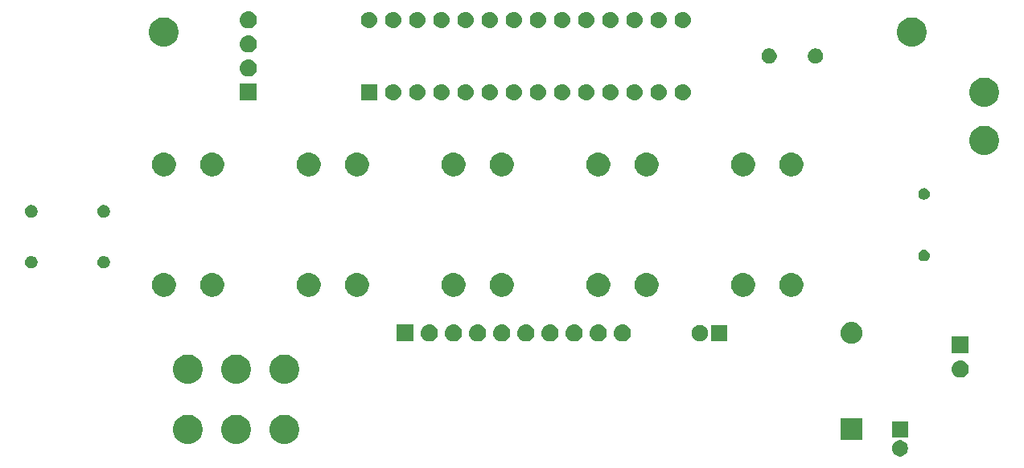
<source format=gbs>
G04 #@! TF.GenerationSoftware,KiCad,Pcbnew,(5.1.0)-1*
G04 #@! TF.CreationDate,2019-04-13T14:57:07-07:00*
G04 #@! TF.ProjectId,AS.001.revA,41532e30-3031-42e7-9265-76412e6b6963,Rev A*
G04 #@! TF.SameCoordinates,Original*
G04 #@! TF.FileFunction,Soldermask,Bot*
G04 #@! TF.FilePolarity,Negative*
%FSLAX46Y46*%
G04 Gerber Fmt 4.6, Leading zero omitted, Abs format (unit mm)*
G04 Created by KiCad (PCBNEW (5.1.0)-1) date 2019-04-13 14:57:07*
%MOMM*%
%LPD*%
G04 APERTURE LIST*
%ADD10C,0.100000*%
G04 APERTURE END LIST*
D10*
G36*
X145028169Y-98971895D02*
G01*
X145183005Y-99036031D01*
X145322354Y-99129140D01*
X145440860Y-99247646D01*
X145533969Y-99386995D01*
X145598105Y-99541831D01*
X145630800Y-99706203D01*
X145630800Y-99873797D01*
X145598105Y-100038169D01*
X145533969Y-100193005D01*
X145440860Y-100332354D01*
X145322354Y-100450860D01*
X145183005Y-100543969D01*
X145028169Y-100608105D01*
X144863797Y-100640800D01*
X144696203Y-100640800D01*
X144531831Y-100608105D01*
X144376995Y-100543969D01*
X144237646Y-100450860D01*
X144119140Y-100332354D01*
X144026031Y-100193005D01*
X143961895Y-100038169D01*
X143929200Y-99873797D01*
X143929200Y-99706203D01*
X143961895Y-99541831D01*
X144026031Y-99386995D01*
X144119140Y-99247646D01*
X144237646Y-99129140D01*
X144376995Y-99036031D01*
X144531831Y-98971895D01*
X144696203Y-98939200D01*
X144863797Y-98939200D01*
X145028169Y-98971895D01*
X145028169Y-98971895D01*
G37*
G36*
X80262611Y-96259065D02*
G01*
X80462352Y-96298796D01*
X80744579Y-96415699D01*
X80998578Y-96585415D01*
X81214585Y-96801422D01*
X81384301Y-97055421D01*
X81501204Y-97337648D01*
X81560800Y-97637259D01*
X81560800Y-97942741D01*
X81501204Y-98242352D01*
X81384301Y-98524579D01*
X81214585Y-98778578D01*
X80998578Y-98994585D01*
X80744579Y-99164301D01*
X80462352Y-99281204D01*
X80262611Y-99320935D01*
X80162742Y-99340800D01*
X79857258Y-99340800D01*
X79757389Y-99320935D01*
X79557648Y-99281204D01*
X79275421Y-99164301D01*
X79021422Y-98994585D01*
X78805415Y-98778578D01*
X78635699Y-98524579D01*
X78518796Y-98242352D01*
X78459200Y-97942741D01*
X78459200Y-97637259D01*
X78518796Y-97337648D01*
X78635699Y-97055421D01*
X78805415Y-96801422D01*
X79021422Y-96585415D01*
X79275421Y-96415699D01*
X79557648Y-96298796D01*
X79757389Y-96259065D01*
X79857258Y-96239200D01*
X80162742Y-96239200D01*
X80262611Y-96259065D01*
X80262611Y-96259065D01*
G37*
G36*
X75182611Y-96259065D02*
G01*
X75382352Y-96298796D01*
X75664579Y-96415699D01*
X75918578Y-96585415D01*
X76134585Y-96801422D01*
X76304301Y-97055421D01*
X76421204Y-97337648D01*
X76480800Y-97637259D01*
X76480800Y-97942741D01*
X76421204Y-98242352D01*
X76304301Y-98524579D01*
X76134585Y-98778578D01*
X75918578Y-98994585D01*
X75664579Y-99164301D01*
X75382352Y-99281204D01*
X75182611Y-99320935D01*
X75082742Y-99340800D01*
X74777258Y-99340800D01*
X74677389Y-99320935D01*
X74477648Y-99281204D01*
X74195421Y-99164301D01*
X73941422Y-98994585D01*
X73725415Y-98778578D01*
X73555699Y-98524579D01*
X73438796Y-98242352D01*
X73379200Y-97942741D01*
X73379200Y-97637259D01*
X73438796Y-97337648D01*
X73555699Y-97055421D01*
X73725415Y-96801422D01*
X73941422Y-96585415D01*
X74195421Y-96415699D01*
X74477648Y-96298796D01*
X74677389Y-96259065D01*
X74777258Y-96239200D01*
X75082742Y-96239200D01*
X75182611Y-96259065D01*
X75182611Y-96259065D01*
G37*
G36*
X70102611Y-96259065D02*
G01*
X70302352Y-96298796D01*
X70584579Y-96415699D01*
X70838578Y-96585415D01*
X71054585Y-96801422D01*
X71224301Y-97055421D01*
X71341204Y-97337648D01*
X71400800Y-97637259D01*
X71400800Y-97942741D01*
X71341204Y-98242352D01*
X71224301Y-98524579D01*
X71054585Y-98778578D01*
X70838578Y-98994585D01*
X70584579Y-99164301D01*
X70302352Y-99281204D01*
X70102611Y-99320935D01*
X70002742Y-99340800D01*
X69697258Y-99340800D01*
X69597389Y-99320935D01*
X69397648Y-99281204D01*
X69115421Y-99164301D01*
X68861422Y-98994585D01*
X68645415Y-98778578D01*
X68475699Y-98524579D01*
X68358796Y-98242352D01*
X68299200Y-97942741D01*
X68299200Y-97637259D01*
X68358796Y-97337648D01*
X68475699Y-97055421D01*
X68645415Y-96801422D01*
X68861422Y-96585415D01*
X69115421Y-96415699D01*
X69397648Y-96298796D01*
X69597389Y-96259065D01*
X69697258Y-96239200D01*
X70002742Y-96239200D01*
X70102611Y-96259065D01*
X70102611Y-96259065D01*
G37*
G36*
X140850800Y-98940800D02*
G01*
X138549200Y-98940800D01*
X138549200Y-96639200D01*
X140850800Y-96639200D01*
X140850800Y-98940800D01*
X140850800Y-98940800D01*
G37*
G36*
X145630800Y-98640800D02*
G01*
X143929200Y-98640800D01*
X143929200Y-96939200D01*
X145630800Y-96939200D01*
X145630800Y-98640800D01*
X145630800Y-98640800D01*
G37*
G36*
X75182611Y-89909065D02*
G01*
X75382352Y-89948796D01*
X75664579Y-90065699D01*
X75918578Y-90235415D01*
X76134585Y-90451422D01*
X76304301Y-90705421D01*
X76421204Y-90987648D01*
X76480800Y-91287259D01*
X76480800Y-91592741D01*
X76421204Y-91892352D01*
X76304301Y-92174579D01*
X76134585Y-92428578D01*
X75918578Y-92644585D01*
X75664579Y-92814301D01*
X75382352Y-92931204D01*
X75182611Y-92970935D01*
X75082742Y-92990800D01*
X74777258Y-92990800D01*
X74677389Y-92970935D01*
X74477648Y-92931204D01*
X74195421Y-92814301D01*
X73941422Y-92644585D01*
X73725415Y-92428578D01*
X73555699Y-92174579D01*
X73438796Y-91892352D01*
X73379200Y-91592741D01*
X73379200Y-91287259D01*
X73438796Y-90987648D01*
X73555699Y-90705421D01*
X73725415Y-90451422D01*
X73941422Y-90235415D01*
X74195421Y-90065699D01*
X74477648Y-89948796D01*
X74677389Y-89909065D01*
X74777258Y-89889200D01*
X75082742Y-89889200D01*
X75182611Y-89909065D01*
X75182611Y-89909065D01*
G37*
G36*
X80262611Y-89909065D02*
G01*
X80462352Y-89948796D01*
X80744579Y-90065699D01*
X80998578Y-90235415D01*
X81214585Y-90451422D01*
X81384301Y-90705421D01*
X81501204Y-90987648D01*
X81560800Y-91287259D01*
X81560800Y-91592741D01*
X81501204Y-91892352D01*
X81384301Y-92174579D01*
X81214585Y-92428578D01*
X80998578Y-92644585D01*
X80744579Y-92814301D01*
X80462352Y-92931204D01*
X80262611Y-92970935D01*
X80162742Y-92990800D01*
X79857258Y-92990800D01*
X79757389Y-92970935D01*
X79557648Y-92931204D01*
X79275421Y-92814301D01*
X79021422Y-92644585D01*
X78805415Y-92428578D01*
X78635699Y-92174579D01*
X78518796Y-91892352D01*
X78459200Y-91592741D01*
X78459200Y-91287259D01*
X78518796Y-90987648D01*
X78635699Y-90705421D01*
X78805415Y-90451422D01*
X79021422Y-90235415D01*
X79275421Y-90065699D01*
X79557648Y-89948796D01*
X79757389Y-89909065D01*
X79857258Y-89889200D01*
X80162742Y-89889200D01*
X80262611Y-89909065D01*
X80262611Y-89909065D01*
G37*
G36*
X70102611Y-89909065D02*
G01*
X70302352Y-89948796D01*
X70584579Y-90065699D01*
X70838578Y-90235415D01*
X71054585Y-90451422D01*
X71224301Y-90705421D01*
X71341204Y-90987648D01*
X71400800Y-91287259D01*
X71400800Y-91592741D01*
X71341204Y-91892352D01*
X71224301Y-92174579D01*
X71054585Y-92428578D01*
X70838578Y-92644585D01*
X70584579Y-92814301D01*
X70302352Y-92931204D01*
X70102611Y-92970935D01*
X70002742Y-92990800D01*
X69697258Y-92990800D01*
X69597389Y-92970935D01*
X69397648Y-92931204D01*
X69115421Y-92814301D01*
X68861422Y-92644585D01*
X68645415Y-92428578D01*
X68475699Y-92174579D01*
X68358796Y-91892352D01*
X68299200Y-91592741D01*
X68299200Y-91287259D01*
X68358796Y-90987648D01*
X68475699Y-90705421D01*
X68645415Y-90451422D01*
X68861422Y-90235415D01*
X69115421Y-90065699D01*
X69397648Y-89948796D01*
X69597389Y-89909065D01*
X69697258Y-89889200D01*
X70002742Y-89889200D01*
X70102611Y-89909065D01*
X70102611Y-89909065D01*
G37*
G36*
X151218362Y-90543545D02*
G01*
X151306588Y-90552234D01*
X151476389Y-90603743D01*
X151476392Y-90603744D01*
X151632878Y-90687388D01*
X151770044Y-90799956D01*
X151882612Y-90937122D01*
X151966256Y-91093608D01*
X151966257Y-91093611D01*
X152017766Y-91263412D01*
X152035158Y-91440000D01*
X152017766Y-91616588D01*
X151966257Y-91786389D01*
X151966256Y-91786392D01*
X151882612Y-91942878D01*
X151770044Y-92080044D01*
X151632878Y-92192612D01*
X151476392Y-92276256D01*
X151476389Y-92276257D01*
X151306588Y-92327766D01*
X151218362Y-92336455D01*
X151174250Y-92340800D01*
X151085750Y-92340800D01*
X151041638Y-92336455D01*
X150953412Y-92327766D01*
X150783611Y-92276257D01*
X150783608Y-92276256D01*
X150627122Y-92192612D01*
X150489956Y-92080044D01*
X150377388Y-91942878D01*
X150293744Y-91786392D01*
X150293743Y-91786389D01*
X150242234Y-91616588D01*
X150224842Y-91440000D01*
X150242234Y-91263412D01*
X150293743Y-91093611D01*
X150293744Y-91093608D01*
X150377388Y-90937122D01*
X150489956Y-90799956D01*
X150627122Y-90687388D01*
X150783608Y-90603744D01*
X150783611Y-90603743D01*
X150953412Y-90552234D01*
X151041638Y-90543545D01*
X151085750Y-90539200D01*
X151174250Y-90539200D01*
X151218362Y-90543545D01*
X151218362Y-90543545D01*
G37*
G36*
X152030800Y-89800800D02*
G01*
X150229200Y-89800800D01*
X150229200Y-87999200D01*
X152030800Y-87999200D01*
X152030800Y-89800800D01*
X152030800Y-89800800D01*
G37*
G36*
X139812888Y-86484750D02*
G01*
X139925596Y-86495851D01*
X140142523Y-86561655D01*
X140142525Y-86561656D01*
X140342439Y-86668512D01*
X140342440Y-86668513D01*
X140342444Y-86668515D01*
X140517676Y-86812324D01*
X140661485Y-86987556D01*
X140661487Y-86987560D01*
X140661488Y-86987561D01*
X140714984Y-87087646D01*
X140768345Y-87187477D01*
X140834149Y-87404404D01*
X140856368Y-87630000D01*
X140834149Y-87855596D01*
X140768345Y-88072523D01*
X140768344Y-88072525D01*
X140662769Y-88270043D01*
X140661485Y-88272444D01*
X140517676Y-88447676D01*
X140342444Y-88591485D01*
X140342440Y-88591487D01*
X140342439Y-88591488D01*
X140142525Y-88698344D01*
X140142523Y-88698345D01*
X139925596Y-88764149D01*
X139812888Y-88775250D01*
X139756535Y-88780800D01*
X139643465Y-88780800D01*
X139587112Y-88775250D01*
X139474404Y-88764149D01*
X139257477Y-88698345D01*
X139257475Y-88698344D01*
X139057561Y-88591488D01*
X139057560Y-88591487D01*
X139057556Y-88591485D01*
X138882324Y-88447676D01*
X138738515Y-88272444D01*
X138737232Y-88270043D01*
X138631656Y-88072525D01*
X138631655Y-88072523D01*
X138565851Y-87855596D01*
X138543632Y-87630000D01*
X138565851Y-87404404D01*
X138631655Y-87187477D01*
X138685016Y-87087646D01*
X138738512Y-86987561D01*
X138738513Y-86987560D01*
X138738515Y-86987556D01*
X138882324Y-86812324D01*
X139057556Y-86668515D01*
X139057560Y-86668513D01*
X139057561Y-86668512D01*
X139257475Y-86561656D01*
X139257477Y-86561655D01*
X139474404Y-86495851D01*
X139587112Y-86484750D01*
X139643465Y-86479200D01*
X139756535Y-86479200D01*
X139812888Y-86484750D01*
X139812888Y-86484750D01*
G37*
G36*
X97878362Y-86733545D02*
G01*
X97966588Y-86742234D01*
X98136389Y-86793743D01*
X98136392Y-86793744D01*
X98292878Y-86877388D01*
X98430044Y-86989956D01*
X98542612Y-87127122D01*
X98626256Y-87283608D01*
X98626257Y-87283611D01*
X98677766Y-87453412D01*
X98695158Y-87630000D01*
X98677766Y-87806588D01*
X98662900Y-87855594D01*
X98626256Y-87976392D01*
X98542612Y-88132878D01*
X98430044Y-88270044D01*
X98292878Y-88382612D01*
X98136392Y-88466256D01*
X98136389Y-88466257D01*
X97966588Y-88517766D01*
X97878362Y-88526455D01*
X97834250Y-88530800D01*
X97745750Y-88530800D01*
X97701638Y-88526455D01*
X97613412Y-88517766D01*
X97443611Y-88466257D01*
X97443608Y-88466256D01*
X97287122Y-88382612D01*
X97149956Y-88270044D01*
X97037388Y-88132878D01*
X96953744Y-87976392D01*
X96917100Y-87855594D01*
X96902234Y-87806588D01*
X96884842Y-87630000D01*
X96902234Y-87453412D01*
X96953743Y-87283611D01*
X96953744Y-87283608D01*
X97037388Y-87127122D01*
X97149956Y-86989956D01*
X97287122Y-86877388D01*
X97443608Y-86793744D01*
X97443611Y-86793743D01*
X97613412Y-86742234D01*
X97701638Y-86733545D01*
X97745750Y-86729200D01*
X97834250Y-86729200D01*
X97878362Y-86733545D01*
X97878362Y-86733545D01*
G37*
G36*
X115658362Y-86733545D02*
G01*
X115746588Y-86742234D01*
X115916389Y-86793743D01*
X115916392Y-86793744D01*
X116072878Y-86877388D01*
X116210044Y-86989956D01*
X116322612Y-87127122D01*
X116406256Y-87283608D01*
X116406257Y-87283611D01*
X116457766Y-87453412D01*
X116475158Y-87630000D01*
X116457766Y-87806588D01*
X116442900Y-87855594D01*
X116406256Y-87976392D01*
X116322612Y-88132878D01*
X116210044Y-88270044D01*
X116072878Y-88382612D01*
X115916392Y-88466256D01*
X115916389Y-88466257D01*
X115746588Y-88517766D01*
X115658362Y-88526455D01*
X115614250Y-88530800D01*
X115525750Y-88530800D01*
X115481638Y-88526455D01*
X115393412Y-88517766D01*
X115223611Y-88466257D01*
X115223608Y-88466256D01*
X115067122Y-88382612D01*
X114929956Y-88270044D01*
X114817388Y-88132878D01*
X114733744Y-87976392D01*
X114697100Y-87855594D01*
X114682234Y-87806588D01*
X114664842Y-87630000D01*
X114682234Y-87453412D01*
X114733743Y-87283611D01*
X114733744Y-87283608D01*
X114817388Y-87127122D01*
X114929956Y-86989956D01*
X115067122Y-86877388D01*
X115223608Y-86793744D01*
X115223611Y-86793743D01*
X115393412Y-86742234D01*
X115481638Y-86733545D01*
X115525750Y-86729200D01*
X115614250Y-86729200D01*
X115658362Y-86733545D01*
X115658362Y-86733545D01*
G37*
G36*
X110578362Y-86733545D02*
G01*
X110666588Y-86742234D01*
X110836389Y-86793743D01*
X110836392Y-86793744D01*
X110992878Y-86877388D01*
X111130044Y-86989956D01*
X111242612Y-87127122D01*
X111326256Y-87283608D01*
X111326257Y-87283611D01*
X111377766Y-87453412D01*
X111395158Y-87630000D01*
X111377766Y-87806588D01*
X111362900Y-87855594D01*
X111326256Y-87976392D01*
X111242612Y-88132878D01*
X111130044Y-88270044D01*
X110992878Y-88382612D01*
X110836392Y-88466256D01*
X110836389Y-88466257D01*
X110666588Y-88517766D01*
X110578362Y-88526455D01*
X110534250Y-88530800D01*
X110445750Y-88530800D01*
X110401638Y-88526455D01*
X110313412Y-88517766D01*
X110143611Y-88466257D01*
X110143608Y-88466256D01*
X109987122Y-88382612D01*
X109849956Y-88270044D01*
X109737388Y-88132878D01*
X109653744Y-87976392D01*
X109617100Y-87855594D01*
X109602234Y-87806588D01*
X109584842Y-87630000D01*
X109602234Y-87453412D01*
X109653743Y-87283611D01*
X109653744Y-87283608D01*
X109737388Y-87127122D01*
X109849956Y-86989956D01*
X109987122Y-86877388D01*
X110143608Y-86793744D01*
X110143611Y-86793743D01*
X110313412Y-86742234D01*
X110401638Y-86733545D01*
X110445750Y-86729200D01*
X110534250Y-86729200D01*
X110578362Y-86733545D01*
X110578362Y-86733545D01*
G37*
G36*
X108038362Y-86733545D02*
G01*
X108126588Y-86742234D01*
X108296389Y-86793743D01*
X108296392Y-86793744D01*
X108452878Y-86877388D01*
X108590044Y-86989956D01*
X108702612Y-87127122D01*
X108786256Y-87283608D01*
X108786257Y-87283611D01*
X108837766Y-87453412D01*
X108855158Y-87630000D01*
X108837766Y-87806588D01*
X108822900Y-87855594D01*
X108786256Y-87976392D01*
X108702612Y-88132878D01*
X108590044Y-88270044D01*
X108452878Y-88382612D01*
X108296392Y-88466256D01*
X108296389Y-88466257D01*
X108126588Y-88517766D01*
X108038362Y-88526455D01*
X107994250Y-88530800D01*
X107905750Y-88530800D01*
X107861638Y-88526455D01*
X107773412Y-88517766D01*
X107603611Y-88466257D01*
X107603608Y-88466256D01*
X107447122Y-88382612D01*
X107309956Y-88270044D01*
X107197388Y-88132878D01*
X107113744Y-87976392D01*
X107077100Y-87855594D01*
X107062234Y-87806588D01*
X107044842Y-87630000D01*
X107062234Y-87453412D01*
X107113743Y-87283611D01*
X107113744Y-87283608D01*
X107197388Y-87127122D01*
X107309956Y-86989956D01*
X107447122Y-86877388D01*
X107603608Y-86793744D01*
X107603611Y-86793743D01*
X107773412Y-86742234D01*
X107861638Y-86733545D01*
X107905750Y-86729200D01*
X107994250Y-86729200D01*
X108038362Y-86733545D01*
X108038362Y-86733545D01*
G37*
G36*
X93610800Y-88530800D02*
G01*
X91809200Y-88530800D01*
X91809200Y-86729200D01*
X93610800Y-86729200D01*
X93610800Y-88530800D01*
X93610800Y-88530800D01*
G37*
G36*
X95338362Y-86733545D02*
G01*
X95426588Y-86742234D01*
X95596389Y-86793743D01*
X95596392Y-86793744D01*
X95752878Y-86877388D01*
X95890044Y-86989956D01*
X96002612Y-87127122D01*
X96086256Y-87283608D01*
X96086257Y-87283611D01*
X96137766Y-87453412D01*
X96155158Y-87630000D01*
X96137766Y-87806588D01*
X96122900Y-87855594D01*
X96086256Y-87976392D01*
X96002612Y-88132878D01*
X95890044Y-88270044D01*
X95752878Y-88382612D01*
X95596392Y-88466256D01*
X95596389Y-88466257D01*
X95426588Y-88517766D01*
X95338362Y-88526455D01*
X95294250Y-88530800D01*
X95205750Y-88530800D01*
X95161638Y-88526455D01*
X95073412Y-88517766D01*
X94903611Y-88466257D01*
X94903608Y-88466256D01*
X94747122Y-88382612D01*
X94609956Y-88270044D01*
X94497388Y-88132878D01*
X94413744Y-87976392D01*
X94377100Y-87855594D01*
X94362234Y-87806588D01*
X94344842Y-87630000D01*
X94362234Y-87453412D01*
X94413743Y-87283611D01*
X94413744Y-87283608D01*
X94497388Y-87127122D01*
X94609956Y-86989956D01*
X94747122Y-86877388D01*
X94903608Y-86793744D01*
X94903611Y-86793743D01*
X95073412Y-86742234D01*
X95161638Y-86733545D01*
X95205750Y-86729200D01*
X95294250Y-86729200D01*
X95338362Y-86733545D01*
X95338362Y-86733545D01*
G37*
G36*
X100418362Y-86733545D02*
G01*
X100506588Y-86742234D01*
X100676389Y-86793743D01*
X100676392Y-86793744D01*
X100832878Y-86877388D01*
X100970044Y-86989956D01*
X101082612Y-87127122D01*
X101166256Y-87283608D01*
X101166257Y-87283611D01*
X101217766Y-87453412D01*
X101235158Y-87630000D01*
X101217766Y-87806588D01*
X101202900Y-87855594D01*
X101166256Y-87976392D01*
X101082612Y-88132878D01*
X100970044Y-88270044D01*
X100832878Y-88382612D01*
X100676392Y-88466256D01*
X100676389Y-88466257D01*
X100506588Y-88517766D01*
X100418362Y-88526455D01*
X100374250Y-88530800D01*
X100285750Y-88530800D01*
X100241638Y-88526455D01*
X100153412Y-88517766D01*
X99983611Y-88466257D01*
X99983608Y-88466256D01*
X99827122Y-88382612D01*
X99689956Y-88270044D01*
X99577388Y-88132878D01*
X99493744Y-87976392D01*
X99457100Y-87855594D01*
X99442234Y-87806588D01*
X99424842Y-87630000D01*
X99442234Y-87453412D01*
X99493743Y-87283611D01*
X99493744Y-87283608D01*
X99577388Y-87127122D01*
X99689956Y-86989956D01*
X99827122Y-86877388D01*
X99983608Y-86793744D01*
X99983611Y-86793743D01*
X100153412Y-86742234D01*
X100241638Y-86733545D01*
X100285750Y-86729200D01*
X100374250Y-86729200D01*
X100418362Y-86733545D01*
X100418362Y-86733545D01*
G37*
G36*
X102958362Y-86733545D02*
G01*
X103046588Y-86742234D01*
X103216389Y-86793743D01*
X103216392Y-86793744D01*
X103372878Y-86877388D01*
X103510044Y-86989956D01*
X103622612Y-87127122D01*
X103706256Y-87283608D01*
X103706257Y-87283611D01*
X103757766Y-87453412D01*
X103775158Y-87630000D01*
X103757766Y-87806588D01*
X103742900Y-87855594D01*
X103706256Y-87976392D01*
X103622612Y-88132878D01*
X103510044Y-88270044D01*
X103372878Y-88382612D01*
X103216392Y-88466256D01*
X103216389Y-88466257D01*
X103046588Y-88517766D01*
X102958362Y-88526455D01*
X102914250Y-88530800D01*
X102825750Y-88530800D01*
X102781638Y-88526455D01*
X102693412Y-88517766D01*
X102523611Y-88466257D01*
X102523608Y-88466256D01*
X102367122Y-88382612D01*
X102229956Y-88270044D01*
X102117388Y-88132878D01*
X102033744Y-87976392D01*
X101997100Y-87855594D01*
X101982234Y-87806588D01*
X101964842Y-87630000D01*
X101982234Y-87453412D01*
X102033743Y-87283611D01*
X102033744Y-87283608D01*
X102117388Y-87127122D01*
X102229956Y-86989956D01*
X102367122Y-86877388D01*
X102523608Y-86793744D01*
X102523611Y-86793743D01*
X102693412Y-86742234D01*
X102781638Y-86733545D01*
X102825750Y-86729200D01*
X102914250Y-86729200D01*
X102958362Y-86733545D01*
X102958362Y-86733545D01*
G37*
G36*
X113118362Y-86733545D02*
G01*
X113206588Y-86742234D01*
X113376389Y-86793743D01*
X113376392Y-86793744D01*
X113532878Y-86877388D01*
X113670044Y-86989956D01*
X113782612Y-87127122D01*
X113866256Y-87283608D01*
X113866257Y-87283611D01*
X113917766Y-87453412D01*
X113935158Y-87630000D01*
X113917766Y-87806588D01*
X113902900Y-87855594D01*
X113866256Y-87976392D01*
X113782612Y-88132878D01*
X113670044Y-88270044D01*
X113532878Y-88382612D01*
X113376392Y-88466256D01*
X113376389Y-88466257D01*
X113206588Y-88517766D01*
X113118362Y-88526455D01*
X113074250Y-88530800D01*
X112985750Y-88530800D01*
X112941638Y-88526455D01*
X112853412Y-88517766D01*
X112683611Y-88466257D01*
X112683608Y-88466256D01*
X112527122Y-88382612D01*
X112389956Y-88270044D01*
X112277388Y-88132878D01*
X112193744Y-87976392D01*
X112157100Y-87855594D01*
X112142234Y-87806588D01*
X112124842Y-87630000D01*
X112142234Y-87453412D01*
X112193743Y-87283611D01*
X112193744Y-87283608D01*
X112277388Y-87127122D01*
X112389956Y-86989956D01*
X112527122Y-86877388D01*
X112683608Y-86793744D01*
X112683611Y-86793743D01*
X112853412Y-86742234D01*
X112941638Y-86733545D01*
X112985750Y-86729200D01*
X113074250Y-86729200D01*
X113118362Y-86733545D01*
X113118362Y-86733545D01*
G37*
G36*
X105498362Y-86733545D02*
G01*
X105586588Y-86742234D01*
X105756389Y-86793743D01*
X105756392Y-86793744D01*
X105912878Y-86877388D01*
X106050044Y-86989956D01*
X106162612Y-87127122D01*
X106246256Y-87283608D01*
X106246257Y-87283611D01*
X106297766Y-87453412D01*
X106315158Y-87630000D01*
X106297766Y-87806588D01*
X106282900Y-87855594D01*
X106246256Y-87976392D01*
X106162612Y-88132878D01*
X106050044Y-88270044D01*
X105912878Y-88382612D01*
X105756392Y-88466256D01*
X105756389Y-88466257D01*
X105586588Y-88517766D01*
X105498362Y-88526455D01*
X105454250Y-88530800D01*
X105365750Y-88530800D01*
X105321638Y-88526455D01*
X105233412Y-88517766D01*
X105063611Y-88466257D01*
X105063608Y-88466256D01*
X104907122Y-88382612D01*
X104769956Y-88270044D01*
X104657388Y-88132878D01*
X104573744Y-87976392D01*
X104537100Y-87855594D01*
X104522234Y-87806588D01*
X104504842Y-87630000D01*
X104522234Y-87453412D01*
X104573743Y-87283611D01*
X104573744Y-87283608D01*
X104657388Y-87127122D01*
X104769956Y-86989956D01*
X104907122Y-86877388D01*
X105063608Y-86793744D01*
X105063611Y-86793743D01*
X105233412Y-86742234D01*
X105321638Y-86733545D01*
X105365750Y-86729200D01*
X105454250Y-86729200D01*
X105498362Y-86733545D01*
X105498362Y-86733545D01*
G37*
G36*
X126580800Y-88480800D02*
G01*
X124879200Y-88480800D01*
X124879200Y-86779200D01*
X126580800Y-86779200D01*
X126580800Y-88480800D01*
X126580800Y-88480800D01*
G37*
G36*
X123978169Y-86811895D02*
G01*
X124133005Y-86876031D01*
X124272354Y-86969140D01*
X124390860Y-87087646D01*
X124483969Y-87226995D01*
X124548105Y-87381831D01*
X124580800Y-87546203D01*
X124580800Y-87713797D01*
X124548105Y-87878169D01*
X124483969Y-88033005D01*
X124390860Y-88172354D01*
X124272354Y-88290860D01*
X124133005Y-88383969D01*
X123978169Y-88448105D01*
X123813797Y-88480800D01*
X123646203Y-88480800D01*
X123481831Y-88448105D01*
X123326995Y-88383969D01*
X123187646Y-88290860D01*
X123069140Y-88172354D01*
X122976031Y-88033005D01*
X122911895Y-87878169D01*
X122879200Y-87713797D01*
X122879200Y-87546203D01*
X122911895Y-87381831D01*
X122976031Y-87226995D01*
X123069140Y-87087646D01*
X123187646Y-86969140D01*
X123326995Y-86876031D01*
X123481831Y-86811895D01*
X123646203Y-86779200D01*
X123813797Y-86779200D01*
X123978169Y-86811895D01*
X123978169Y-86811895D01*
G37*
G36*
X118395772Y-81324911D02*
G01*
X118476741Y-81341017D01*
X118705555Y-81435795D01*
X118911482Y-81573391D01*
X119086609Y-81748518D01*
X119224205Y-81954445D01*
X119318983Y-82183259D01*
X119367300Y-82426167D01*
X119367300Y-82673833D01*
X119318983Y-82916741D01*
X119224205Y-83145555D01*
X119086609Y-83351482D01*
X118911482Y-83526609D01*
X118705555Y-83664205D01*
X118476741Y-83758983D01*
X118395772Y-83775089D01*
X118233835Y-83807300D01*
X117986165Y-83807300D01*
X117824228Y-83775089D01*
X117743259Y-83758983D01*
X117514445Y-83664205D01*
X117308518Y-83526609D01*
X117133391Y-83351482D01*
X116995795Y-83145555D01*
X116901017Y-82916741D01*
X116852700Y-82673833D01*
X116852700Y-82426167D01*
X116901017Y-82183259D01*
X116995795Y-81954445D01*
X117133391Y-81748518D01*
X117308518Y-81573391D01*
X117514445Y-81435795D01*
X117743259Y-81341017D01*
X117824228Y-81324911D01*
X117986165Y-81292700D01*
X118233835Y-81292700D01*
X118395772Y-81324911D01*
X118395772Y-81324911D01*
G37*
G36*
X113315772Y-81324911D02*
G01*
X113396741Y-81341017D01*
X113625555Y-81435795D01*
X113831482Y-81573391D01*
X114006609Y-81748518D01*
X114144205Y-81954445D01*
X114238983Y-82183259D01*
X114287300Y-82426167D01*
X114287300Y-82673833D01*
X114238983Y-82916741D01*
X114144205Y-83145555D01*
X114006609Y-83351482D01*
X113831482Y-83526609D01*
X113625555Y-83664205D01*
X113396741Y-83758983D01*
X113315772Y-83775089D01*
X113153835Y-83807300D01*
X112906165Y-83807300D01*
X112744228Y-83775089D01*
X112663259Y-83758983D01*
X112434445Y-83664205D01*
X112228518Y-83526609D01*
X112053391Y-83351482D01*
X111915795Y-83145555D01*
X111821017Y-82916741D01*
X111772700Y-82673833D01*
X111772700Y-82426167D01*
X111821017Y-82183259D01*
X111915795Y-81954445D01*
X112053391Y-81748518D01*
X112228518Y-81573391D01*
X112434445Y-81435795D01*
X112663259Y-81341017D01*
X112744228Y-81324911D01*
X112906165Y-81292700D01*
X113153835Y-81292700D01*
X113315772Y-81324911D01*
X113315772Y-81324911D01*
G37*
G36*
X128555772Y-81324911D02*
G01*
X128636741Y-81341017D01*
X128865555Y-81435795D01*
X129071482Y-81573391D01*
X129246609Y-81748518D01*
X129384205Y-81954445D01*
X129478983Y-82183259D01*
X129527300Y-82426167D01*
X129527300Y-82673833D01*
X129478983Y-82916741D01*
X129384205Y-83145555D01*
X129246609Y-83351482D01*
X129071482Y-83526609D01*
X128865555Y-83664205D01*
X128636741Y-83758983D01*
X128555772Y-83775089D01*
X128393835Y-83807300D01*
X128146165Y-83807300D01*
X127984228Y-83775089D01*
X127903259Y-83758983D01*
X127674445Y-83664205D01*
X127468518Y-83526609D01*
X127293391Y-83351482D01*
X127155795Y-83145555D01*
X127061017Y-82916741D01*
X127012700Y-82673833D01*
X127012700Y-82426167D01*
X127061017Y-82183259D01*
X127155795Y-81954445D01*
X127293391Y-81748518D01*
X127468518Y-81573391D01*
X127674445Y-81435795D01*
X127903259Y-81341017D01*
X127984228Y-81324911D01*
X128146165Y-81292700D01*
X128393835Y-81292700D01*
X128555772Y-81324911D01*
X128555772Y-81324911D01*
G37*
G36*
X133635772Y-81324911D02*
G01*
X133716741Y-81341017D01*
X133945555Y-81435795D01*
X134151482Y-81573391D01*
X134326609Y-81748518D01*
X134464205Y-81954445D01*
X134558983Y-82183259D01*
X134607300Y-82426167D01*
X134607300Y-82673833D01*
X134558983Y-82916741D01*
X134464205Y-83145555D01*
X134326609Y-83351482D01*
X134151482Y-83526609D01*
X133945555Y-83664205D01*
X133716741Y-83758983D01*
X133635772Y-83775089D01*
X133473835Y-83807300D01*
X133226165Y-83807300D01*
X133064228Y-83775089D01*
X132983259Y-83758983D01*
X132754445Y-83664205D01*
X132548518Y-83526609D01*
X132373391Y-83351482D01*
X132235795Y-83145555D01*
X132141017Y-82916741D01*
X132092700Y-82673833D01*
X132092700Y-82426167D01*
X132141017Y-82183259D01*
X132235795Y-81954445D01*
X132373391Y-81748518D01*
X132548518Y-81573391D01*
X132754445Y-81435795D01*
X132983259Y-81341017D01*
X133064228Y-81324911D01*
X133226165Y-81292700D01*
X133473835Y-81292700D01*
X133635772Y-81324911D01*
X133635772Y-81324911D01*
G37*
G36*
X103155772Y-81324911D02*
G01*
X103236741Y-81341017D01*
X103465555Y-81435795D01*
X103671482Y-81573391D01*
X103846609Y-81748518D01*
X103984205Y-81954445D01*
X104078983Y-82183259D01*
X104127300Y-82426167D01*
X104127300Y-82673833D01*
X104078983Y-82916741D01*
X103984205Y-83145555D01*
X103846609Y-83351482D01*
X103671482Y-83526609D01*
X103465555Y-83664205D01*
X103236741Y-83758983D01*
X103155772Y-83775089D01*
X102993835Y-83807300D01*
X102746165Y-83807300D01*
X102584228Y-83775089D01*
X102503259Y-83758983D01*
X102274445Y-83664205D01*
X102068518Y-83526609D01*
X101893391Y-83351482D01*
X101755795Y-83145555D01*
X101661017Y-82916741D01*
X101612700Y-82673833D01*
X101612700Y-82426167D01*
X101661017Y-82183259D01*
X101755795Y-81954445D01*
X101893391Y-81748518D01*
X102068518Y-81573391D01*
X102274445Y-81435795D01*
X102503259Y-81341017D01*
X102584228Y-81324911D01*
X102746165Y-81292700D01*
X102993835Y-81292700D01*
X103155772Y-81324911D01*
X103155772Y-81324911D01*
G37*
G36*
X98075772Y-81324911D02*
G01*
X98156741Y-81341017D01*
X98385555Y-81435795D01*
X98591482Y-81573391D01*
X98766609Y-81748518D01*
X98904205Y-81954445D01*
X98998983Y-82183259D01*
X99047300Y-82426167D01*
X99047300Y-82673833D01*
X98998983Y-82916741D01*
X98904205Y-83145555D01*
X98766609Y-83351482D01*
X98591482Y-83526609D01*
X98385555Y-83664205D01*
X98156741Y-83758983D01*
X98075772Y-83775089D01*
X97913835Y-83807300D01*
X97666165Y-83807300D01*
X97504228Y-83775089D01*
X97423259Y-83758983D01*
X97194445Y-83664205D01*
X96988518Y-83526609D01*
X96813391Y-83351482D01*
X96675795Y-83145555D01*
X96581017Y-82916741D01*
X96532700Y-82673833D01*
X96532700Y-82426167D01*
X96581017Y-82183259D01*
X96675795Y-81954445D01*
X96813391Y-81748518D01*
X96988518Y-81573391D01*
X97194445Y-81435795D01*
X97423259Y-81341017D01*
X97504228Y-81324911D01*
X97666165Y-81292700D01*
X97913835Y-81292700D01*
X98075772Y-81324911D01*
X98075772Y-81324911D01*
G37*
G36*
X87915772Y-81324911D02*
G01*
X87996741Y-81341017D01*
X88225555Y-81435795D01*
X88431482Y-81573391D01*
X88606609Y-81748518D01*
X88744205Y-81954445D01*
X88838983Y-82183259D01*
X88887300Y-82426167D01*
X88887300Y-82673833D01*
X88838983Y-82916741D01*
X88744205Y-83145555D01*
X88606609Y-83351482D01*
X88431482Y-83526609D01*
X88225555Y-83664205D01*
X87996741Y-83758983D01*
X87915772Y-83775089D01*
X87753835Y-83807300D01*
X87506165Y-83807300D01*
X87344228Y-83775089D01*
X87263259Y-83758983D01*
X87034445Y-83664205D01*
X86828518Y-83526609D01*
X86653391Y-83351482D01*
X86515795Y-83145555D01*
X86421017Y-82916741D01*
X86372700Y-82673833D01*
X86372700Y-82426167D01*
X86421017Y-82183259D01*
X86515795Y-81954445D01*
X86653391Y-81748518D01*
X86828518Y-81573391D01*
X87034445Y-81435795D01*
X87263259Y-81341017D01*
X87344228Y-81324911D01*
X87506165Y-81292700D01*
X87753835Y-81292700D01*
X87915772Y-81324911D01*
X87915772Y-81324911D01*
G37*
G36*
X82835772Y-81324911D02*
G01*
X82916741Y-81341017D01*
X83145555Y-81435795D01*
X83351482Y-81573391D01*
X83526609Y-81748518D01*
X83664205Y-81954445D01*
X83758983Y-82183259D01*
X83807300Y-82426167D01*
X83807300Y-82673833D01*
X83758983Y-82916741D01*
X83664205Y-83145555D01*
X83526609Y-83351482D01*
X83351482Y-83526609D01*
X83145555Y-83664205D01*
X82916741Y-83758983D01*
X82835772Y-83775089D01*
X82673835Y-83807300D01*
X82426165Y-83807300D01*
X82264228Y-83775089D01*
X82183259Y-83758983D01*
X81954445Y-83664205D01*
X81748518Y-83526609D01*
X81573391Y-83351482D01*
X81435795Y-83145555D01*
X81341017Y-82916741D01*
X81292700Y-82673833D01*
X81292700Y-82426167D01*
X81341017Y-82183259D01*
X81435795Y-81954445D01*
X81573391Y-81748518D01*
X81748518Y-81573391D01*
X81954445Y-81435795D01*
X82183259Y-81341017D01*
X82264228Y-81324911D01*
X82426165Y-81292700D01*
X82673835Y-81292700D01*
X82835772Y-81324911D01*
X82835772Y-81324911D01*
G37*
G36*
X72675772Y-81324911D02*
G01*
X72756741Y-81341017D01*
X72985555Y-81435795D01*
X73191482Y-81573391D01*
X73366609Y-81748518D01*
X73504205Y-81954445D01*
X73598983Y-82183259D01*
X73647300Y-82426167D01*
X73647300Y-82673833D01*
X73598983Y-82916741D01*
X73504205Y-83145555D01*
X73366609Y-83351482D01*
X73191482Y-83526609D01*
X72985555Y-83664205D01*
X72756741Y-83758983D01*
X72675772Y-83775089D01*
X72513835Y-83807300D01*
X72266165Y-83807300D01*
X72104228Y-83775089D01*
X72023259Y-83758983D01*
X71794445Y-83664205D01*
X71588518Y-83526609D01*
X71413391Y-83351482D01*
X71275795Y-83145555D01*
X71181017Y-82916741D01*
X71132700Y-82673833D01*
X71132700Y-82426167D01*
X71181017Y-82183259D01*
X71275795Y-81954445D01*
X71413391Y-81748518D01*
X71588518Y-81573391D01*
X71794445Y-81435795D01*
X72023259Y-81341017D01*
X72104228Y-81324911D01*
X72266165Y-81292700D01*
X72513835Y-81292700D01*
X72675772Y-81324911D01*
X72675772Y-81324911D01*
G37*
G36*
X67595772Y-81324911D02*
G01*
X67676741Y-81341017D01*
X67905555Y-81435795D01*
X68111482Y-81573391D01*
X68286609Y-81748518D01*
X68424205Y-81954445D01*
X68518983Y-82183259D01*
X68567300Y-82426167D01*
X68567300Y-82673833D01*
X68518983Y-82916741D01*
X68424205Y-83145555D01*
X68286609Y-83351482D01*
X68111482Y-83526609D01*
X67905555Y-83664205D01*
X67676741Y-83758983D01*
X67595772Y-83775089D01*
X67433835Y-83807300D01*
X67186165Y-83807300D01*
X67024228Y-83775089D01*
X66943259Y-83758983D01*
X66714445Y-83664205D01*
X66508518Y-83526609D01*
X66333391Y-83351482D01*
X66195795Y-83145555D01*
X66101017Y-82916741D01*
X66052700Y-82673833D01*
X66052700Y-82426167D01*
X66101017Y-82183259D01*
X66195795Y-81954445D01*
X66333391Y-81748518D01*
X66508518Y-81573391D01*
X66714445Y-81435795D01*
X66943259Y-81341017D01*
X67024228Y-81324911D01*
X67186165Y-81292700D01*
X67433835Y-81292700D01*
X67595772Y-81324911D01*
X67595772Y-81324911D01*
G37*
G36*
X53532631Y-79514679D02*
G01*
X53652817Y-79564461D01*
X53652818Y-79564462D01*
X53760978Y-79636732D01*
X53852968Y-79728722D01*
X53856886Y-79734586D01*
X53925239Y-79836883D01*
X53975021Y-79957069D01*
X54000400Y-80084656D01*
X54000400Y-80214744D01*
X53975021Y-80342331D01*
X53925239Y-80462517D01*
X53925238Y-80462518D01*
X53852968Y-80570678D01*
X53760978Y-80662668D01*
X53688871Y-80710848D01*
X53652817Y-80734939D01*
X53532631Y-80784721D01*
X53405044Y-80810100D01*
X53274956Y-80810100D01*
X53147369Y-80784721D01*
X53027183Y-80734939D01*
X52991129Y-80710848D01*
X52919022Y-80662668D01*
X52827032Y-80570678D01*
X52754762Y-80462518D01*
X52754761Y-80462517D01*
X52704979Y-80342331D01*
X52679600Y-80214744D01*
X52679600Y-80084656D01*
X52704979Y-79957069D01*
X52754761Y-79836883D01*
X52823114Y-79734586D01*
X52827032Y-79728722D01*
X52919022Y-79636732D01*
X53027182Y-79564462D01*
X53027183Y-79564461D01*
X53147369Y-79514679D01*
X53274956Y-79489300D01*
X53405044Y-79489300D01*
X53532631Y-79514679D01*
X53532631Y-79514679D01*
G37*
G36*
X61152631Y-79514679D02*
G01*
X61272817Y-79564461D01*
X61272818Y-79564462D01*
X61380978Y-79636732D01*
X61472968Y-79728722D01*
X61476886Y-79734586D01*
X61545239Y-79836883D01*
X61595021Y-79957069D01*
X61620400Y-80084656D01*
X61620400Y-80214744D01*
X61595021Y-80342331D01*
X61545239Y-80462517D01*
X61545238Y-80462518D01*
X61472968Y-80570678D01*
X61380978Y-80662668D01*
X61308871Y-80710848D01*
X61272817Y-80734939D01*
X61152631Y-80784721D01*
X61025044Y-80810100D01*
X60894956Y-80810100D01*
X60767369Y-80784721D01*
X60647183Y-80734939D01*
X60611129Y-80710848D01*
X60539022Y-80662668D01*
X60447032Y-80570678D01*
X60374762Y-80462518D01*
X60374761Y-80462517D01*
X60324979Y-80342331D01*
X60299600Y-80214744D01*
X60299600Y-80084656D01*
X60324979Y-79957069D01*
X60374761Y-79836883D01*
X60443114Y-79734586D01*
X60447032Y-79728722D01*
X60539022Y-79636732D01*
X60647182Y-79564462D01*
X60647183Y-79564461D01*
X60767369Y-79514679D01*
X60894956Y-79489300D01*
X61025044Y-79489300D01*
X61152631Y-79514679D01*
X61152631Y-79514679D01*
G37*
G36*
X147495247Y-78872288D02*
G01*
X147604586Y-78917578D01*
X147702988Y-78983328D01*
X147786672Y-79067012D01*
X147852422Y-79165414D01*
X147897712Y-79274753D01*
X147920800Y-79390826D01*
X147920800Y-79509174D01*
X147897712Y-79625247D01*
X147852422Y-79734586D01*
X147786672Y-79832988D01*
X147702988Y-79916672D01*
X147604586Y-79982422D01*
X147604585Y-79982423D01*
X147604584Y-79982423D01*
X147495247Y-80027712D01*
X147379175Y-80050800D01*
X147260825Y-80050800D01*
X147144753Y-80027712D01*
X147035416Y-79982423D01*
X147035415Y-79982423D01*
X147035414Y-79982422D01*
X146937012Y-79916672D01*
X146853328Y-79832988D01*
X146787578Y-79734586D01*
X146742288Y-79625247D01*
X146719200Y-79509174D01*
X146719200Y-79390826D01*
X146742288Y-79274753D01*
X146787578Y-79165414D01*
X146853328Y-79067012D01*
X146937012Y-78983328D01*
X147035414Y-78917578D01*
X147144753Y-78872288D01*
X147260825Y-78849200D01*
X147379175Y-78849200D01*
X147495247Y-78872288D01*
X147495247Y-78872288D01*
G37*
G36*
X61152631Y-74155279D02*
G01*
X61272817Y-74205061D01*
X61272818Y-74205062D01*
X61380978Y-74277332D01*
X61472968Y-74369322D01*
X61521148Y-74441429D01*
X61545239Y-74477483D01*
X61595021Y-74597669D01*
X61620400Y-74725256D01*
X61620400Y-74855344D01*
X61595021Y-74982931D01*
X61545239Y-75103117D01*
X61545238Y-75103118D01*
X61472968Y-75211278D01*
X61380978Y-75303268D01*
X61308871Y-75351448D01*
X61272817Y-75375539D01*
X61152631Y-75425321D01*
X61025044Y-75450700D01*
X60894956Y-75450700D01*
X60767369Y-75425321D01*
X60647183Y-75375539D01*
X60611129Y-75351448D01*
X60539022Y-75303268D01*
X60447032Y-75211278D01*
X60374762Y-75103118D01*
X60374761Y-75103117D01*
X60324979Y-74982931D01*
X60299600Y-74855344D01*
X60299600Y-74725256D01*
X60324979Y-74597669D01*
X60374761Y-74477483D01*
X60398852Y-74441429D01*
X60447032Y-74369322D01*
X60539022Y-74277332D01*
X60647182Y-74205062D01*
X60647183Y-74205061D01*
X60767369Y-74155279D01*
X60894956Y-74129900D01*
X61025044Y-74129900D01*
X61152631Y-74155279D01*
X61152631Y-74155279D01*
G37*
G36*
X53532631Y-74155279D02*
G01*
X53652817Y-74205061D01*
X53652818Y-74205062D01*
X53760978Y-74277332D01*
X53852968Y-74369322D01*
X53901148Y-74441429D01*
X53925239Y-74477483D01*
X53975021Y-74597669D01*
X54000400Y-74725256D01*
X54000400Y-74855344D01*
X53975021Y-74982931D01*
X53925239Y-75103117D01*
X53925238Y-75103118D01*
X53852968Y-75211278D01*
X53760978Y-75303268D01*
X53688871Y-75351448D01*
X53652817Y-75375539D01*
X53532631Y-75425321D01*
X53405044Y-75450700D01*
X53274956Y-75450700D01*
X53147369Y-75425321D01*
X53027183Y-75375539D01*
X52991129Y-75351448D01*
X52919022Y-75303268D01*
X52827032Y-75211278D01*
X52754762Y-75103118D01*
X52754761Y-75103117D01*
X52704979Y-74982931D01*
X52679600Y-74855344D01*
X52679600Y-74725256D01*
X52704979Y-74597669D01*
X52754761Y-74477483D01*
X52778852Y-74441429D01*
X52827032Y-74369322D01*
X52919022Y-74277332D01*
X53027182Y-74205062D01*
X53027183Y-74205061D01*
X53147369Y-74155279D01*
X53274956Y-74129900D01*
X53405044Y-74129900D01*
X53532631Y-74155279D01*
X53532631Y-74155279D01*
G37*
G36*
X147495247Y-72372288D02*
G01*
X147604586Y-72417578D01*
X147702988Y-72483328D01*
X147786672Y-72567012D01*
X147852422Y-72665414D01*
X147897712Y-72774753D01*
X147920800Y-72890826D01*
X147920800Y-73009174D01*
X147897712Y-73125247D01*
X147852422Y-73234586D01*
X147786672Y-73332988D01*
X147702988Y-73416672D01*
X147604586Y-73482422D01*
X147604585Y-73482423D01*
X147604584Y-73482423D01*
X147495247Y-73527712D01*
X147379175Y-73550800D01*
X147260825Y-73550800D01*
X147144753Y-73527712D01*
X147035416Y-73482423D01*
X147035415Y-73482423D01*
X147035414Y-73482422D01*
X146937012Y-73416672D01*
X146853328Y-73332988D01*
X146787578Y-73234586D01*
X146742288Y-73125247D01*
X146719200Y-73009174D01*
X146719200Y-72890826D01*
X146742288Y-72774753D01*
X146787578Y-72665414D01*
X146853328Y-72567012D01*
X146937012Y-72483328D01*
X147035414Y-72417578D01*
X147144753Y-72372288D01*
X147260825Y-72349200D01*
X147379175Y-72349200D01*
X147495247Y-72372288D01*
X147495247Y-72372288D01*
G37*
G36*
X87915772Y-68624911D02*
G01*
X87996741Y-68641017D01*
X88225555Y-68735795D01*
X88431482Y-68873391D01*
X88606609Y-69048518D01*
X88744205Y-69254445D01*
X88838983Y-69483259D01*
X88887300Y-69726167D01*
X88887300Y-69973833D01*
X88838983Y-70216741D01*
X88744205Y-70445555D01*
X88606609Y-70651482D01*
X88431482Y-70826609D01*
X88225555Y-70964205D01*
X87996741Y-71058983D01*
X87915772Y-71075089D01*
X87753835Y-71107300D01*
X87506165Y-71107300D01*
X87344228Y-71075089D01*
X87263259Y-71058983D01*
X87034445Y-70964205D01*
X86828518Y-70826609D01*
X86653391Y-70651482D01*
X86515795Y-70445555D01*
X86421017Y-70216741D01*
X86372700Y-69973833D01*
X86372700Y-69726167D01*
X86421017Y-69483259D01*
X86515795Y-69254445D01*
X86653391Y-69048518D01*
X86828518Y-68873391D01*
X87034445Y-68735795D01*
X87263259Y-68641017D01*
X87344228Y-68624911D01*
X87506165Y-68592700D01*
X87753835Y-68592700D01*
X87915772Y-68624911D01*
X87915772Y-68624911D01*
G37*
G36*
X67595772Y-68624911D02*
G01*
X67676741Y-68641017D01*
X67905555Y-68735795D01*
X68111482Y-68873391D01*
X68286609Y-69048518D01*
X68424205Y-69254445D01*
X68518983Y-69483259D01*
X68567300Y-69726167D01*
X68567300Y-69973833D01*
X68518983Y-70216741D01*
X68424205Y-70445555D01*
X68286609Y-70651482D01*
X68111482Y-70826609D01*
X67905555Y-70964205D01*
X67676741Y-71058983D01*
X67595772Y-71075089D01*
X67433835Y-71107300D01*
X67186165Y-71107300D01*
X67024228Y-71075089D01*
X66943259Y-71058983D01*
X66714445Y-70964205D01*
X66508518Y-70826609D01*
X66333391Y-70651482D01*
X66195795Y-70445555D01*
X66101017Y-70216741D01*
X66052700Y-69973833D01*
X66052700Y-69726167D01*
X66101017Y-69483259D01*
X66195795Y-69254445D01*
X66333391Y-69048518D01*
X66508518Y-68873391D01*
X66714445Y-68735795D01*
X66943259Y-68641017D01*
X67024228Y-68624911D01*
X67186165Y-68592700D01*
X67433835Y-68592700D01*
X67595772Y-68624911D01*
X67595772Y-68624911D01*
G37*
G36*
X98075772Y-68624911D02*
G01*
X98156741Y-68641017D01*
X98385555Y-68735795D01*
X98591482Y-68873391D01*
X98766609Y-69048518D01*
X98904205Y-69254445D01*
X98998983Y-69483259D01*
X99047300Y-69726167D01*
X99047300Y-69973833D01*
X98998983Y-70216741D01*
X98904205Y-70445555D01*
X98766609Y-70651482D01*
X98591482Y-70826609D01*
X98385555Y-70964205D01*
X98156741Y-71058983D01*
X98075772Y-71075089D01*
X97913835Y-71107300D01*
X97666165Y-71107300D01*
X97504228Y-71075089D01*
X97423259Y-71058983D01*
X97194445Y-70964205D01*
X96988518Y-70826609D01*
X96813391Y-70651482D01*
X96675795Y-70445555D01*
X96581017Y-70216741D01*
X96532700Y-69973833D01*
X96532700Y-69726167D01*
X96581017Y-69483259D01*
X96675795Y-69254445D01*
X96813391Y-69048518D01*
X96988518Y-68873391D01*
X97194445Y-68735795D01*
X97423259Y-68641017D01*
X97504228Y-68624911D01*
X97666165Y-68592700D01*
X97913835Y-68592700D01*
X98075772Y-68624911D01*
X98075772Y-68624911D01*
G37*
G36*
X103155772Y-68624911D02*
G01*
X103236741Y-68641017D01*
X103465555Y-68735795D01*
X103671482Y-68873391D01*
X103846609Y-69048518D01*
X103984205Y-69254445D01*
X104078983Y-69483259D01*
X104127300Y-69726167D01*
X104127300Y-69973833D01*
X104078983Y-70216741D01*
X103984205Y-70445555D01*
X103846609Y-70651482D01*
X103671482Y-70826609D01*
X103465555Y-70964205D01*
X103236741Y-71058983D01*
X103155772Y-71075089D01*
X102993835Y-71107300D01*
X102746165Y-71107300D01*
X102584228Y-71075089D01*
X102503259Y-71058983D01*
X102274445Y-70964205D01*
X102068518Y-70826609D01*
X101893391Y-70651482D01*
X101755795Y-70445555D01*
X101661017Y-70216741D01*
X101612700Y-69973833D01*
X101612700Y-69726167D01*
X101661017Y-69483259D01*
X101755795Y-69254445D01*
X101893391Y-69048518D01*
X102068518Y-68873391D01*
X102274445Y-68735795D01*
X102503259Y-68641017D01*
X102584228Y-68624911D01*
X102746165Y-68592700D01*
X102993835Y-68592700D01*
X103155772Y-68624911D01*
X103155772Y-68624911D01*
G37*
G36*
X82835772Y-68624911D02*
G01*
X82916741Y-68641017D01*
X83145555Y-68735795D01*
X83351482Y-68873391D01*
X83526609Y-69048518D01*
X83664205Y-69254445D01*
X83758983Y-69483259D01*
X83807300Y-69726167D01*
X83807300Y-69973833D01*
X83758983Y-70216741D01*
X83664205Y-70445555D01*
X83526609Y-70651482D01*
X83351482Y-70826609D01*
X83145555Y-70964205D01*
X82916741Y-71058983D01*
X82835772Y-71075089D01*
X82673835Y-71107300D01*
X82426165Y-71107300D01*
X82264228Y-71075089D01*
X82183259Y-71058983D01*
X81954445Y-70964205D01*
X81748518Y-70826609D01*
X81573391Y-70651482D01*
X81435795Y-70445555D01*
X81341017Y-70216741D01*
X81292700Y-69973833D01*
X81292700Y-69726167D01*
X81341017Y-69483259D01*
X81435795Y-69254445D01*
X81573391Y-69048518D01*
X81748518Y-68873391D01*
X81954445Y-68735795D01*
X82183259Y-68641017D01*
X82264228Y-68624911D01*
X82426165Y-68592700D01*
X82673835Y-68592700D01*
X82835772Y-68624911D01*
X82835772Y-68624911D01*
G37*
G36*
X118395772Y-68624911D02*
G01*
X118476741Y-68641017D01*
X118705555Y-68735795D01*
X118911482Y-68873391D01*
X119086609Y-69048518D01*
X119224205Y-69254445D01*
X119318983Y-69483259D01*
X119367300Y-69726167D01*
X119367300Y-69973833D01*
X119318983Y-70216741D01*
X119224205Y-70445555D01*
X119086609Y-70651482D01*
X118911482Y-70826609D01*
X118705555Y-70964205D01*
X118476741Y-71058983D01*
X118395772Y-71075089D01*
X118233835Y-71107300D01*
X117986165Y-71107300D01*
X117824228Y-71075089D01*
X117743259Y-71058983D01*
X117514445Y-70964205D01*
X117308518Y-70826609D01*
X117133391Y-70651482D01*
X116995795Y-70445555D01*
X116901017Y-70216741D01*
X116852700Y-69973833D01*
X116852700Y-69726167D01*
X116901017Y-69483259D01*
X116995795Y-69254445D01*
X117133391Y-69048518D01*
X117308518Y-68873391D01*
X117514445Y-68735795D01*
X117743259Y-68641017D01*
X117824228Y-68624911D01*
X117986165Y-68592700D01*
X118233835Y-68592700D01*
X118395772Y-68624911D01*
X118395772Y-68624911D01*
G37*
G36*
X113315772Y-68624911D02*
G01*
X113396741Y-68641017D01*
X113625555Y-68735795D01*
X113831482Y-68873391D01*
X114006609Y-69048518D01*
X114144205Y-69254445D01*
X114238983Y-69483259D01*
X114287300Y-69726167D01*
X114287300Y-69973833D01*
X114238983Y-70216741D01*
X114144205Y-70445555D01*
X114006609Y-70651482D01*
X113831482Y-70826609D01*
X113625555Y-70964205D01*
X113396741Y-71058983D01*
X113315772Y-71075089D01*
X113153835Y-71107300D01*
X112906165Y-71107300D01*
X112744228Y-71075089D01*
X112663259Y-71058983D01*
X112434445Y-70964205D01*
X112228518Y-70826609D01*
X112053391Y-70651482D01*
X111915795Y-70445555D01*
X111821017Y-70216741D01*
X111772700Y-69973833D01*
X111772700Y-69726167D01*
X111821017Y-69483259D01*
X111915795Y-69254445D01*
X112053391Y-69048518D01*
X112228518Y-68873391D01*
X112434445Y-68735795D01*
X112663259Y-68641017D01*
X112744228Y-68624911D01*
X112906165Y-68592700D01*
X113153835Y-68592700D01*
X113315772Y-68624911D01*
X113315772Y-68624911D01*
G37*
G36*
X128555772Y-68624911D02*
G01*
X128636741Y-68641017D01*
X128865555Y-68735795D01*
X129071482Y-68873391D01*
X129246609Y-69048518D01*
X129384205Y-69254445D01*
X129478983Y-69483259D01*
X129527300Y-69726167D01*
X129527300Y-69973833D01*
X129478983Y-70216741D01*
X129384205Y-70445555D01*
X129246609Y-70651482D01*
X129071482Y-70826609D01*
X128865555Y-70964205D01*
X128636741Y-71058983D01*
X128555772Y-71075089D01*
X128393835Y-71107300D01*
X128146165Y-71107300D01*
X127984228Y-71075089D01*
X127903259Y-71058983D01*
X127674445Y-70964205D01*
X127468518Y-70826609D01*
X127293391Y-70651482D01*
X127155795Y-70445555D01*
X127061017Y-70216741D01*
X127012700Y-69973833D01*
X127012700Y-69726167D01*
X127061017Y-69483259D01*
X127155795Y-69254445D01*
X127293391Y-69048518D01*
X127468518Y-68873391D01*
X127674445Y-68735795D01*
X127903259Y-68641017D01*
X127984228Y-68624911D01*
X128146165Y-68592700D01*
X128393835Y-68592700D01*
X128555772Y-68624911D01*
X128555772Y-68624911D01*
G37*
G36*
X133635772Y-68624911D02*
G01*
X133716741Y-68641017D01*
X133945555Y-68735795D01*
X134151482Y-68873391D01*
X134326609Y-69048518D01*
X134464205Y-69254445D01*
X134558983Y-69483259D01*
X134607300Y-69726167D01*
X134607300Y-69973833D01*
X134558983Y-70216741D01*
X134464205Y-70445555D01*
X134326609Y-70651482D01*
X134151482Y-70826609D01*
X133945555Y-70964205D01*
X133716741Y-71058983D01*
X133635772Y-71075089D01*
X133473835Y-71107300D01*
X133226165Y-71107300D01*
X133064228Y-71075089D01*
X132983259Y-71058983D01*
X132754445Y-70964205D01*
X132548518Y-70826609D01*
X132373391Y-70651482D01*
X132235795Y-70445555D01*
X132141017Y-70216741D01*
X132092700Y-69973833D01*
X132092700Y-69726167D01*
X132141017Y-69483259D01*
X132235795Y-69254445D01*
X132373391Y-69048518D01*
X132548518Y-68873391D01*
X132754445Y-68735795D01*
X132983259Y-68641017D01*
X133064228Y-68624911D01*
X133226165Y-68592700D01*
X133473835Y-68592700D01*
X133635772Y-68624911D01*
X133635772Y-68624911D01*
G37*
G36*
X72675772Y-68624911D02*
G01*
X72756741Y-68641017D01*
X72985555Y-68735795D01*
X73191482Y-68873391D01*
X73366609Y-69048518D01*
X73504205Y-69254445D01*
X73598983Y-69483259D01*
X73647300Y-69726167D01*
X73647300Y-69973833D01*
X73598983Y-70216741D01*
X73504205Y-70445555D01*
X73366609Y-70651482D01*
X73191482Y-70826609D01*
X72985555Y-70964205D01*
X72756741Y-71058983D01*
X72675772Y-71075089D01*
X72513835Y-71107300D01*
X72266165Y-71107300D01*
X72104228Y-71075089D01*
X72023259Y-71058983D01*
X71794445Y-70964205D01*
X71588518Y-70826609D01*
X71413391Y-70651482D01*
X71275795Y-70445555D01*
X71181017Y-70216741D01*
X71132700Y-69973833D01*
X71132700Y-69726167D01*
X71181017Y-69483259D01*
X71275795Y-69254445D01*
X71413391Y-69048518D01*
X71588518Y-68873391D01*
X71794445Y-68735795D01*
X72023259Y-68641017D01*
X72104228Y-68624911D01*
X72266165Y-68592700D01*
X72513835Y-68592700D01*
X72675772Y-68624911D01*
X72675772Y-68624911D01*
G37*
G36*
X153922611Y-65779065D02*
G01*
X154122352Y-65818796D01*
X154404579Y-65935699D01*
X154658578Y-66105415D01*
X154874585Y-66321422D01*
X155044301Y-66575421D01*
X155161204Y-66857648D01*
X155220800Y-67157259D01*
X155220800Y-67462741D01*
X155161204Y-67762352D01*
X155044301Y-68044579D01*
X154874585Y-68298578D01*
X154658578Y-68514585D01*
X154404579Y-68684301D01*
X154122352Y-68801204D01*
X153922611Y-68840935D01*
X153822742Y-68860800D01*
X153517258Y-68860800D01*
X153417389Y-68840935D01*
X153217648Y-68801204D01*
X152935421Y-68684301D01*
X152681422Y-68514585D01*
X152465415Y-68298578D01*
X152295699Y-68044579D01*
X152178796Y-67762352D01*
X152119200Y-67462741D01*
X152119200Y-67157259D01*
X152178796Y-66857648D01*
X152295699Y-66575421D01*
X152465415Y-66321422D01*
X152681422Y-66105415D01*
X152935421Y-65935699D01*
X153217648Y-65818796D01*
X153417389Y-65779065D01*
X153517258Y-65759200D01*
X153822742Y-65759200D01*
X153922611Y-65779065D01*
X153922611Y-65779065D01*
G37*
G36*
X153922611Y-60699065D02*
G01*
X154122352Y-60738796D01*
X154404579Y-60855699D01*
X154658578Y-61025415D01*
X154874585Y-61241422D01*
X155044301Y-61495421D01*
X155161204Y-61777648D01*
X155220800Y-62077259D01*
X155220800Y-62382741D01*
X155161204Y-62682352D01*
X155044301Y-62964579D01*
X154874585Y-63218578D01*
X154658578Y-63434585D01*
X154404579Y-63604301D01*
X154122352Y-63721204D01*
X153922611Y-63760935D01*
X153822742Y-63780800D01*
X153517258Y-63780800D01*
X153417389Y-63760935D01*
X153217648Y-63721204D01*
X152935421Y-63604301D01*
X152681422Y-63434585D01*
X152465415Y-63218578D01*
X152295699Y-62964579D01*
X152178796Y-62682352D01*
X152119200Y-62382741D01*
X152119200Y-62077259D01*
X152178796Y-61777648D01*
X152295699Y-61495421D01*
X152465415Y-61241422D01*
X152681422Y-61025415D01*
X152935421Y-60855699D01*
X153217648Y-60738796D01*
X153417389Y-60699065D01*
X153517258Y-60679200D01*
X153822742Y-60679200D01*
X153922611Y-60699065D01*
X153922611Y-60699065D01*
G37*
G36*
X77100800Y-63130800D02*
G01*
X75299200Y-63130800D01*
X75299200Y-61329200D01*
X77100800Y-61329200D01*
X77100800Y-63130800D01*
X77100800Y-63130800D01*
G37*
G36*
X101766787Y-61391510D02*
G01*
X101927162Y-61440160D01*
X102074965Y-61519162D01*
X102204517Y-61625483D01*
X102310838Y-61755035D01*
X102389840Y-61902838D01*
X102438490Y-62063213D01*
X102454916Y-62230000D01*
X102438490Y-62396787D01*
X102389840Y-62557162D01*
X102310838Y-62704965D01*
X102204517Y-62834517D01*
X102074965Y-62940838D01*
X101927162Y-63019840D01*
X101766787Y-63068490D01*
X101641794Y-63080800D01*
X101558206Y-63080800D01*
X101433213Y-63068490D01*
X101272838Y-63019840D01*
X101125035Y-62940838D01*
X100995483Y-62834517D01*
X100889162Y-62704965D01*
X100810160Y-62557162D01*
X100761510Y-62396787D01*
X100745084Y-62230000D01*
X100761510Y-62063213D01*
X100810160Y-61902838D01*
X100889162Y-61755035D01*
X100995483Y-61625483D01*
X101125035Y-61519162D01*
X101272838Y-61440160D01*
X101433213Y-61391510D01*
X101558206Y-61379200D01*
X101641794Y-61379200D01*
X101766787Y-61391510D01*
X101766787Y-61391510D01*
G37*
G36*
X99226787Y-61391510D02*
G01*
X99387162Y-61440160D01*
X99534965Y-61519162D01*
X99664517Y-61625483D01*
X99770838Y-61755035D01*
X99849840Y-61902838D01*
X99898490Y-62063213D01*
X99914916Y-62230000D01*
X99898490Y-62396787D01*
X99849840Y-62557162D01*
X99770838Y-62704965D01*
X99664517Y-62834517D01*
X99534965Y-62940838D01*
X99387162Y-63019840D01*
X99226787Y-63068490D01*
X99101794Y-63080800D01*
X99018206Y-63080800D01*
X98893213Y-63068490D01*
X98732838Y-63019840D01*
X98585035Y-62940838D01*
X98455483Y-62834517D01*
X98349162Y-62704965D01*
X98270160Y-62557162D01*
X98221510Y-62396787D01*
X98205084Y-62230000D01*
X98221510Y-62063213D01*
X98270160Y-61902838D01*
X98349162Y-61755035D01*
X98455483Y-61625483D01*
X98585035Y-61519162D01*
X98732838Y-61440160D01*
X98893213Y-61391510D01*
X99018206Y-61379200D01*
X99101794Y-61379200D01*
X99226787Y-61391510D01*
X99226787Y-61391510D01*
G37*
G36*
X96686787Y-61391510D02*
G01*
X96847162Y-61440160D01*
X96994965Y-61519162D01*
X97124517Y-61625483D01*
X97230838Y-61755035D01*
X97309840Y-61902838D01*
X97358490Y-62063213D01*
X97374916Y-62230000D01*
X97358490Y-62396787D01*
X97309840Y-62557162D01*
X97230838Y-62704965D01*
X97124517Y-62834517D01*
X96994965Y-62940838D01*
X96847162Y-63019840D01*
X96686787Y-63068490D01*
X96561794Y-63080800D01*
X96478206Y-63080800D01*
X96353213Y-63068490D01*
X96192838Y-63019840D01*
X96045035Y-62940838D01*
X95915483Y-62834517D01*
X95809162Y-62704965D01*
X95730160Y-62557162D01*
X95681510Y-62396787D01*
X95665084Y-62230000D01*
X95681510Y-62063213D01*
X95730160Y-61902838D01*
X95809162Y-61755035D01*
X95915483Y-61625483D01*
X96045035Y-61519162D01*
X96192838Y-61440160D01*
X96353213Y-61391510D01*
X96478206Y-61379200D01*
X96561794Y-61379200D01*
X96686787Y-61391510D01*
X96686787Y-61391510D01*
G37*
G36*
X94146787Y-61391510D02*
G01*
X94307162Y-61440160D01*
X94454965Y-61519162D01*
X94584517Y-61625483D01*
X94690838Y-61755035D01*
X94769840Y-61902838D01*
X94818490Y-62063213D01*
X94834916Y-62230000D01*
X94818490Y-62396787D01*
X94769840Y-62557162D01*
X94690838Y-62704965D01*
X94584517Y-62834517D01*
X94454965Y-62940838D01*
X94307162Y-63019840D01*
X94146787Y-63068490D01*
X94021794Y-63080800D01*
X93938206Y-63080800D01*
X93813213Y-63068490D01*
X93652838Y-63019840D01*
X93505035Y-62940838D01*
X93375483Y-62834517D01*
X93269162Y-62704965D01*
X93190160Y-62557162D01*
X93141510Y-62396787D01*
X93125084Y-62230000D01*
X93141510Y-62063213D01*
X93190160Y-61902838D01*
X93269162Y-61755035D01*
X93375483Y-61625483D01*
X93505035Y-61519162D01*
X93652838Y-61440160D01*
X93813213Y-61391510D01*
X93938206Y-61379200D01*
X94021794Y-61379200D01*
X94146787Y-61391510D01*
X94146787Y-61391510D01*
G37*
G36*
X91606787Y-61391510D02*
G01*
X91767162Y-61440160D01*
X91914965Y-61519162D01*
X92044517Y-61625483D01*
X92150838Y-61755035D01*
X92229840Y-61902838D01*
X92278490Y-62063213D01*
X92294916Y-62230000D01*
X92278490Y-62396787D01*
X92229840Y-62557162D01*
X92150838Y-62704965D01*
X92044517Y-62834517D01*
X91914965Y-62940838D01*
X91767162Y-63019840D01*
X91606787Y-63068490D01*
X91481794Y-63080800D01*
X91398206Y-63080800D01*
X91273213Y-63068490D01*
X91112838Y-63019840D01*
X90965035Y-62940838D01*
X90835483Y-62834517D01*
X90729162Y-62704965D01*
X90650160Y-62557162D01*
X90601510Y-62396787D01*
X90585084Y-62230000D01*
X90601510Y-62063213D01*
X90650160Y-61902838D01*
X90729162Y-61755035D01*
X90835483Y-61625483D01*
X90965035Y-61519162D01*
X91112838Y-61440160D01*
X91273213Y-61391510D01*
X91398206Y-61379200D01*
X91481794Y-61379200D01*
X91606787Y-61391510D01*
X91606787Y-61391510D01*
G37*
G36*
X89750800Y-63080800D02*
G01*
X88049200Y-63080800D01*
X88049200Y-61379200D01*
X89750800Y-61379200D01*
X89750800Y-63080800D01*
X89750800Y-63080800D01*
G37*
G36*
X119546787Y-61391510D02*
G01*
X119707162Y-61440160D01*
X119854965Y-61519162D01*
X119984517Y-61625483D01*
X120090838Y-61755035D01*
X120169840Y-61902838D01*
X120218490Y-62063213D01*
X120234916Y-62230000D01*
X120218490Y-62396787D01*
X120169840Y-62557162D01*
X120090838Y-62704965D01*
X119984517Y-62834517D01*
X119854965Y-62940838D01*
X119707162Y-63019840D01*
X119546787Y-63068490D01*
X119421794Y-63080800D01*
X119338206Y-63080800D01*
X119213213Y-63068490D01*
X119052838Y-63019840D01*
X118905035Y-62940838D01*
X118775483Y-62834517D01*
X118669162Y-62704965D01*
X118590160Y-62557162D01*
X118541510Y-62396787D01*
X118525084Y-62230000D01*
X118541510Y-62063213D01*
X118590160Y-61902838D01*
X118669162Y-61755035D01*
X118775483Y-61625483D01*
X118905035Y-61519162D01*
X119052838Y-61440160D01*
X119213213Y-61391510D01*
X119338206Y-61379200D01*
X119421794Y-61379200D01*
X119546787Y-61391510D01*
X119546787Y-61391510D01*
G37*
G36*
X109386787Y-61391510D02*
G01*
X109547162Y-61440160D01*
X109694965Y-61519162D01*
X109824517Y-61625483D01*
X109930838Y-61755035D01*
X110009840Y-61902838D01*
X110058490Y-62063213D01*
X110074916Y-62230000D01*
X110058490Y-62396787D01*
X110009840Y-62557162D01*
X109930838Y-62704965D01*
X109824517Y-62834517D01*
X109694965Y-62940838D01*
X109547162Y-63019840D01*
X109386787Y-63068490D01*
X109261794Y-63080800D01*
X109178206Y-63080800D01*
X109053213Y-63068490D01*
X108892838Y-63019840D01*
X108745035Y-62940838D01*
X108615483Y-62834517D01*
X108509162Y-62704965D01*
X108430160Y-62557162D01*
X108381510Y-62396787D01*
X108365084Y-62230000D01*
X108381510Y-62063213D01*
X108430160Y-61902838D01*
X108509162Y-61755035D01*
X108615483Y-61625483D01*
X108745035Y-61519162D01*
X108892838Y-61440160D01*
X109053213Y-61391510D01*
X109178206Y-61379200D01*
X109261794Y-61379200D01*
X109386787Y-61391510D01*
X109386787Y-61391510D01*
G37*
G36*
X111926787Y-61391510D02*
G01*
X112087162Y-61440160D01*
X112234965Y-61519162D01*
X112364517Y-61625483D01*
X112470838Y-61755035D01*
X112549840Y-61902838D01*
X112598490Y-62063213D01*
X112614916Y-62230000D01*
X112598490Y-62396787D01*
X112549840Y-62557162D01*
X112470838Y-62704965D01*
X112364517Y-62834517D01*
X112234965Y-62940838D01*
X112087162Y-63019840D01*
X111926787Y-63068490D01*
X111801794Y-63080800D01*
X111718206Y-63080800D01*
X111593213Y-63068490D01*
X111432838Y-63019840D01*
X111285035Y-62940838D01*
X111155483Y-62834517D01*
X111049162Y-62704965D01*
X110970160Y-62557162D01*
X110921510Y-62396787D01*
X110905084Y-62230000D01*
X110921510Y-62063213D01*
X110970160Y-61902838D01*
X111049162Y-61755035D01*
X111155483Y-61625483D01*
X111285035Y-61519162D01*
X111432838Y-61440160D01*
X111593213Y-61391510D01*
X111718206Y-61379200D01*
X111801794Y-61379200D01*
X111926787Y-61391510D01*
X111926787Y-61391510D01*
G37*
G36*
X114466787Y-61391510D02*
G01*
X114627162Y-61440160D01*
X114774965Y-61519162D01*
X114904517Y-61625483D01*
X115010838Y-61755035D01*
X115089840Y-61902838D01*
X115138490Y-62063213D01*
X115154916Y-62230000D01*
X115138490Y-62396787D01*
X115089840Y-62557162D01*
X115010838Y-62704965D01*
X114904517Y-62834517D01*
X114774965Y-62940838D01*
X114627162Y-63019840D01*
X114466787Y-63068490D01*
X114341794Y-63080800D01*
X114258206Y-63080800D01*
X114133213Y-63068490D01*
X113972838Y-63019840D01*
X113825035Y-62940838D01*
X113695483Y-62834517D01*
X113589162Y-62704965D01*
X113510160Y-62557162D01*
X113461510Y-62396787D01*
X113445084Y-62230000D01*
X113461510Y-62063213D01*
X113510160Y-61902838D01*
X113589162Y-61755035D01*
X113695483Y-61625483D01*
X113825035Y-61519162D01*
X113972838Y-61440160D01*
X114133213Y-61391510D01*
X114258206Y-61379200D01*
X114341794Y-61379200D01*
X114466787Y-61391510D01*
X114466787Y-61391510D01*
G37*
G36*
X117006787Y-61391510D02*
G01*
X117167162Y-61440160D01*
X117314965Y-61519162D01*
X117444517Y-61625483D01*
X117550838Y-61755035D01*
X117629840Y-61902838D01*
X117678490Y-62063213D01*
X117694916Y-62230000D01*
X117678490Y-62396787D01*
X117629840Y-62557162D01*
X117550838Y-62704965D01*
X117444517Y-62834517D01*
X117314965Y-62940838D01*
X117167162Y-63019840D01*
X117006787Y-63068490D01*
X116881794Y-63080800D01*
X116798206Y-63080800D01*
X116673213Y-63068490D01*
X116512838Y-63019840D01*
X116365035Y-62940838D01*
X116235483Y-62834517D01*
X116129162Y-62704965D01*
X116050160Y-62557162D01*
X116001510Y-62396787D01*
X115985084Y-62230000D01*
X116001510Y-62063213D01*
X116050160Y-61902838D01*
X116129162Y-61755035D01*
X116235483Y-61625483D01*
X116365035Y-61519162D01*
X116512838Y-61440160D01*
X116673213Y-61391510D01*
X116798206Y-61379200D01*
X116881794Y-61379200D01*
X117006787Y-61391510D01*
X117006787Y-61391510D01*
G37*
G36*
X104306787Y-61391510D02*
G01*
X104467162Y-61440160D01*
X104614965Y-61519162D01*
X104744517Y-61625483D01*
X104850838Y-61755035D01*
X104929840Y-61902838D01*
X104978490Y-62063213D01*
X104994916Y-62230000D01*
X104978490Y-62396787D01*
X104929840Y-62557162D01*
X104850838Y-62704965D01*
X104744517Y-62834517D01*
X104614965Y-62940838D01*
X104467162Y-63019840D01*
X104306787Y-63068490D01*
X104181794Y-63080800D01*
X104098206Y-63080800D01*
X103973213Y-63068490D01*
X103812838Y-63019840D01*
X103665035Y-62940838D01*
X103535483Y-62834517D01*
X103429162Y-62704965D01*
X103350160Y-62557162D01*
X103301510Y-62396787D01*
X103285084Y-62230000D01*
X103301510Y-62063213D01*
X103350160Y-61902838D01*
X103429162Y-61755035D01*
X103535483Y-61625483D01*
X103665035Y-61519162D01*
X103812838Y-61440160D01*
X103973213Y-61391510D01*
X104098206Y-61379200D01*
X104181794Y-61379200D01*
X104306787Y-61391510D01*
X104306787Y-61391510D01*
G37*
G36*
X122086787Y-61391510D02*
G01*
X122247162Y-61440160D01*
X122394965Y-61519162D01*
X122524517Y-61625483D01*
X122630838Y-61755035D01*
X122709840Y-61902838D01*
X122758490Y-62063213D01*
X122774916Y-62230000D01*
X122758490Y-62396787D01*
X122709840Y-62557162D01*
X122630838Y-62704965D01*
X122524517Y-62834517D01*
X122394965Y-62940838D01*
X122247162Y-63019840D01*
X122086787Y-63068490D01*
X121961794Y-63080800D01*
X121878206Y-63080800D01*
X121753213Y-63068490D01*
X121592838Y-63019840D01*
X121445035Y-62940838D01*
X121315483Y-62834517D01*
X121209162Y-62704965D01*
X121130160Y-62557162D01*
X121081510Y-62396787D01*
X121065084Y-62230000D01*
X121081510Y-62063213D01*
X121130160Y-61902838D01*
X121209162Y-61755035D01*
X121315483Y-61625483D01*
X121445035Y-61519162D01*
X121592838Y-61440160D01*
X121753213Y-61391510D01*
X121878206Y-61379200D01*
X121961794Y-61379200D01*
X122086787Y-61391510D01*
X122086787Y-61391510D01*
G37*
G36*
X106846787Y-61391510D02*
G01*
X107007162Y-61440160D01*
X107154965Y-61519162D01*
X107284517Y-61625483D01*
X107390838Y-61755035D01*
X107469840Y-61902838D01*
X107518490Y-62063213D01*
X107534916Y-62230000D01*
X107518490Y-62396787D01*
X107469840Y-62557162D01*
X107390838Y-62704965D01*
X107284517Y-62834517D01*
X107154965Y-62940838D01*
X107007162Y-63019840D01*
X106846787Y-63068490D01*
X106721794Y-63080800D01*
X106638206Y-63080800D01*
X106513213Y-63068490D01*
X106352838Y-63019840D01*
X106205035Y-62940838D01*
X106075483Y-62834517D01*
X105969162Y-62704965D01*
X105890160Y-62557162D01*
X105841510Y-62396787D01*
X105825084Y-62230000D01*
X105841510Y-62063213D01*
X105890160Y-61902838D01*
X105969162Y-61755035D01*
X106075483Y-61625483D01*
X106205035Y-61519162D01*
X106352838Y-61440160D01*
X106513213Y-61391510D01*
X106638206Y-61379200D01*
X106721794Y-61379200D01*
X106846787Y-61391510D01*
X106846787Y-61391510D01*
G37*
G36*
X76288362Y-58793545D02*
G01*
X76376588Y-58802234D01*
X76546389Y-58853743D01*
X76546392Y-58853744D01*
X76702878Y-58937388D01*
X76840044Y-59049956D01*
X76952612Y-59187122D01*
X77036256Y-59343608D01*
X77036257Y-59343611D01*
X77087766Y-59513412D01*
X77105158Y-59690000D01*
X77087766Y-59866588D01*
X77036257Y-60036389D01*
X77036256Y-60036392D01*
X76952612Y-60192878D01*
X76840044Y-60330044D01*
X76702878Y-60442612D01*
X76546392Y-60526256D01*
X76546389Y-60526257D01*
X76376588Y-60577766D01*
X76288362Y-60586455D01*
X76244250Y-60590800D01*
X76155750Y-60590800D01*
X76111638Y-60586455D01*
X76023412Y-60577766D01*
X75853611Y-60526257D01*
X75853608Y-60526256D01*
X75697122Y-60442612D01*
X75559956Y-60330044D01*
X75447388Y-60192878D01*
X75363744Y-60036392D01*
X75363743Y-60036389D01*
X75312234Y-59866588D01*
X75294842Y-59690000D01*
X75312234Y-59513412D01*
X75363743Y-59343611D01*
X75363744Y-59343608D01*
X75447388Y-59187122D01*
X75559956Y-59049956D01*
X75697122Y-58937388D01*
X75853608Y-58853744D01*
X75853611Y-58853743D01*
X76023412Y-58802234D01*
X76111638Y-58793545D01*
X76155750Y-58789200D01*
X76244250Y-58789200D01*
X76288362Y-58793545D01*
X76288362Y-58793545D01*
G37*
G36*
X131243585Y-57649974D02*
G01*
X131389321Y-57710340D01*
X131520480Y-57797978D01*
X131632022Y-57909520D01*
X131719660Y-58040679D01*
X131780026Y-58186415D01*
X131810800Y-58341128D01*
X131810800Y-58498872D01*
X131780026Y-58653585D01*
X131719660Y-58799321D01*
X131632022Y-58930480D01*
X131520480Y-59042022D01*
X131389321Y-59129660D01*
X131389320Y-59129661D01*
X131389319Y-59129661D01*
X131243585Y-59190026D01*
X131088873Y-59220800D01*
X130931127Y-59220800D01*
X130776415Y-59190026D01*
X130630681Y-59129661D01*
X130630680Y-59129661D01*
X130630679Y-59129660D01*
X130499520Y-59042022D01*
X130387978Y-58930480D01*
X130300340Y-58799321D01*
X130239974Y-58653585D01*
X130209200Y-58498872D01*
X130209200Y-58341128D01*
X130239974Y-58186415D01*
X130300340Y-58040679D01*
X130387978Y-57909520D01*
X130499520Y-57797978D01*
X130630679Y-57710340D01*
X130776415Y-57649974D01*
X130931127Y-57619200D01*
X131088873Y-57619200D01*
X131243585Y-57649974D01*
X131243585Y-57649974D01*
G37*
G36*
X136123585Y-57649974D02*
G01*
X136269321Y-57710340D01*
X136400480Y-57797978D01*
X136512022Y-57909520D01*
X136599660Y-58040679D01*
X136660026Y-58186415D01*
X136690800Y-58341128D01*
X136690800Y-58498872D01*
X136660026Y-58653585D01*
X136599660Y-58799321D01*
X136512022Y-58930480D01*
X136400480Y-59042022D01*
X136269321Y-59129660D01*
X136269320Y-59129661D01*
X136269319Y-59129661D01*
X136123585Y-59190026D01*
X135968873Y-59220800D01*
X135811127Y-59220800D01*
X135656415Y-59190026D01*
X135510681Y-59129661D01*
X135510680Y-59129661D01*
X135510679Y-59129660D01*
X135379520Y-59042022D01*
X135267978Y-58930480D01*
X135180340Y-58799321D01*
X135119974Y-58653585D01*
X135089200Y-58498872D01*
X135089200Y-58341128D01*
X135119974Y-58186415D01*
X135180340Y-58040679D01*
X135267978Y-57909520D01*
X135379520Y-57797978D01*
X135510679Y-57710340D01*
X135656415Y-57649974D01*
X135811127Y-57619200D01*
X135968873Y-57619200D01*
X136123585Y-57649974D01*
X136123585Y-57649974D01*
G37*
G36*
X76288362Y-56253545D02*
G01*
X76376588Y-56262234D01*
X76546389Y-56313743D01*
X76546392Y-56313744D01*
X76702878Y-56397388D01*
X76840044Y-56509956D01*
X76952612Y-56647122D01*
X77036256Y-56803608D01*
X77036257Y-56803611D01*
X77087766Y-56973412D01*
X77105158Y-57150000D01*
X77087766Y-57326588D01*
X77056153Y-57430800D01*
X77036256Y-57496392D01*
X76952612Y-57652878D01*
X76840044Y-57790044D01*
X76702878Y-57902612D01*
X76546392Y-57986256D01*
X76546389Y-57986257D01*
X76376588Y-58037766D01*
X76288362Y-58046455D01*
X76244250Y-58050800D01*
X76155750Y-58050800D01*
X76111638Y-58046455D01*
X76023412Y-58037766D01*
X75853611Y-57986257D01*
X75853608Y-57986256D01*
X75697122Y-57902612D01*
X75559956Y-57790044D01*
X75447388Y-57652878D01*
X75363744Y-57496392D01*
X75343847Y-57430800D01*
X75312234Y-57326588D01*
X75294842Y-57150000D01*
X75312234Y-56973412D01*
X75363743Y-56803611D01*
X75363744Y-56803608D01*
X75447388Y-56647122D01*
X75559956Y-56509956D01*
X75697122Y-56397388D01*
X75853608Y-56313744D01*
X75853611Y-56313743D01*
X76023412Y-56262234D01*
X76111638Y-56253545D01*
X76155750Y-56249200D01*
X76244250Y-56249200D01*
X76288362Y-56253545D01*
X76288362Y-56253545D01*
G37*
G36*
X67562611Y-54349065D02*
G01*
X67762352Y-54388796D01*
X68044579Y-54505699D01*
X68298578Y-54675415D01*
X68514585Y-54891422D01*
X68684301Y-55145421D01*
X68801204Y-55427648D01*
X68860800Y-55727259D01*
X68860800Y-56032741D01*
X68801204Y-56332352D01*
X68684301Y-56614579D01*
X68514585Y-56868578D01*
X68298578Y-57084585D01*
X68044579Y-57254301D01*
X67762352Y-57371204D01*
X67562611Y-57410935D01*
X67462742Y-57430800D01*
X67157258Y-57430800D01*
X67057389Y-57410935D01*
X66857648Y-57371204D01*
X66575421Y-57254301D01*
X66321422Y-57084585D01*
X66105415Y-56868578D01*
X65935699Y-56614579D01*
X65818796Y-56332352D01*
X65759200Y-56032741D01*
X65759200Y-55727259D01*
X65818796Y-55427648D01*
X65935699Y-55145421D01*
X66105415Y-54891422D01*
X66321422Y-54675415D01*
X66575421Y-54505699D01*
X66857648Y-54388796D01*
X67057389Y-54349065D01*
X67157258Y-54329200D01*
X67462742Y-54329200D01*
X67562611Y-54349065D01*
X67562611Y-54349065D01*
G37*
G36*
X146302611Y-54349065D02*
G01*
X146502352Y-54388796D01*
X146784579Y-54505699D01*
X147038578Y-54675415D01*
X147254585Y-54891422D01*
X147424301Y-55145421D01*
X147541204Y-55427648D01*
X147600800Y-55727259D01*
X147600800Y-56032741D01*
X147541204Y-56332352D01*
X147424301Y-56614579D01*
X147254585Y-56868578D01*
X147038578Y-57084585D01*
X146784579Y-57254301D01*
X146502352Y-57371204D01*
X146302611Y-57410935D01*
X146202742Y-57430800D01*
X145897258Y-57430800D01*
X145797389Y-57410935D01*
X145597648Y-57371204D01*
X145315421Y-57254301D01*
X145061422Y-57084585D01*
X144845415Y-56868578D01*
X144675699Y-56614579D01*
X144558796Y-56332352D01*
X144499200Y-56032741D01*
X144499200Y-55727259D01*
X144558796Y-55427648D01*
X144675699Y-55145421D01*
X144845415Y-54891422D01*
X145061422Y-54675415D01*
X145315421Y-54505699D01*
X145597648Y-54388796D01*
X145797389Y-54349065D01*
X145897258Y-54329200D01*
X146202742Y-54329200D01*
X146302611Y-54349065D01*
X146302611Y-54349065D01*
G37*
G36*
X76288362Y-53713545D02*
G01*
X76376588Y-53722234D01*
X76539031Y-53771511D01*
X76546392Y-53773744D01*
X76702878Y-53857388D01*
X76840044Y-53969956D01*
X76952612Y-54107122D01*
X77036256Y-54263608D01*
X77036257Y-54263611D01*
X77087766Y-54433412D01*
X77105158Y-54610000D01*
X77087766Y-54786588D01*
X77055964Y-54891424D01*
X77036256Y-54956392D01*
X76952612Y-55112878D01*
X76840044Y-55250044D01*
X76702878Y-55362612D01*
X76546392Y-55446256D01*
X76546389Y-55446257D01*
X76376588Y-55497766D01*
X76288362Y-55506455D01*
X76244250Y-55510800D01*
X76155750Y-55510800D01*
X76111638Y-55506455D01*
X76023412Y-55497766D01*
X75853611Y-55446257D01*
X75853608Y-55446256D01*
X75697122Y-55362612D01*
X75559956Y-55250044D01*
X75447388Y-55112878D01*
X75363744Y-54956392D01*
X75344036Y-54891424D01*
X75312234Y-54786588D01*
X75294842Y-54610000D01*
X75312234Y-54433412D01*
X75363743Y-54263611D01*
X75363744Y-54263608D01*
X75447388Y-54107122D01*
X75559956Y-53969956D01*
X75697122Y-53857388D01*
X75853608Y-53773744D01*
X75860969Y-53771511D01*
X76023412Y-53722234D01*
X76111638Y-53713545D01*
X76155750Y-53709200D01*
X76244250Y-53709200D01*
X76288362Y-53713545D01*
X76288362Y-53713545D01*
G37*
G36*
X119546787Y-53771510D02*
G01*
X119707162Y-53820160D01*
X119854965Y-53899162D01*
X119984517Y-54005483D01*
X120090838Y-54135035D01*
X120169840Y-54282838D01*
X120218490Y-54443213D01*
X120234916Y-54610000D01*
X120218490Y-54776787D01*
X120169840Y-54937162D01*
X120090838Y-55084965D01*
X119984517Y-55214517D01*
X119854965Y-55320838D01*
X119707162Y-55399840D01*
X119546787Y-55448490D01*
X119421794Y-55460800D01*
X119338206Y-55460800D01*
X119213213Y-55448490D01*
X119052838Y-55399840D01*
X118905035Y-55320838D01*
X118775483Y-55214517D01*
X118669162Y-55084965D01*
X118590160Y-54937162D01*
X118541510Y-54776787D01*
X118525084Y-54610000D01*
X118541510Y-54443213D01*
X118590160Y-54282838D01*
X118669162Y-54135035D01*
X118775483Y-54005483D01*
X118905035Y-53899162D01*
X119052838Y-53820160D01*
X119213213Y-53771510D01*
X119338206Y-53759200D01*
X119421794Y-53759200D01*
X119546787Y-53771510D01*
X119546787Y-53771510D01*
G37*
G36*
X122086787Y-53771510D02*
G01*
X122247162Y-53820160D01*
X122394965Y-53899162D01*
X122524517Y-54005483D01*
X122630838Y-54135035D01*
X122709840Y-54282838D01*
X122758490Y-54443213D01*
X122774916Y-54610000D01*
X122758490Y-54776787D01*
X122709840Y-54937162D01*
X122630838Y-55084965D01*
X122524517Y-55214517D01*
X122394965Y-55320838D01*
X122247162Y-55399840D01*
X122086787Y-55448490D01*
X121961794Y-55460800D01*
X121878206Y-55460800D01*
X121753213Y-55448490D01*
X121592838Y-55399840D01*
X121445035Y-55320838D01*
X121315483Y-55214517D01*
X121209162Y-55084965D01*
X121130160Y-54937162D01*
X121081510Y-54776787D01*
X121065084Y-54610000D01*
X121081510Y-54443213D01*
X121130160Y-54282838D01*
X121209162Y-54135035D01*
X121315483Y-54005483D01*
X121445035Y-53899162D01*
X121592838Y-53820160D01*
X121753213Y-53771510D01*
X121878206Y-53759200D01*
X121961794Y-53759200D01*
X122086787Y-53771510D01*
X122086787Y-53771510D01*
G37*
G36*
X114466787Y-53771510D02*
G01*
X114627162Y-53820160D01*
X114774965Y-53899162D01*
X114904517Y-54005483D01*
X115010838Y-54135035D01*
X115089840Y-54282838D01*
X115138490Y-54443213D01*
X115154916Y-54610000D01*
X115138490Y-54776787D01*
X115089840Y-54937162D01*
X115010838Y-55084965D01*
X114904517Y-55214517D01*
X114774965Y-55320838D01*
X114627162Y-55399840D01*
X114466787Y-55448490D01*
X114341794Y-55460800D01*
X114258206Y-55460800D01*
X114133213Y-55448490D01*
X113972838Y-55399840D01*
X113825035Y-55320838D01*
X113695483Y-55214517D01*
X113589162Y-55084965D01*
X113510160Y-54937162D01*
X113461510Y-54776787D01*
X113445084Y-54610000D01*
X113461510Y-54443213D01*
X113510160Y-54282838D01*
X113589162Y-54135035D01*
X113695483Y-54005483D01*
X113825035Y-53899162D01*
X113972838Y-53820160D01*
X114133213Y-53771510D01*
X114258206Y-53759200D01*
X114341794Y-53759200D01*
X114466787Y-53771510D01*
X114466787Y-53771510D01*
G37*
G36*
X111926787Y-53771510D02*
G01*
X112087162Y-53820160D01*
X112234965Y-53899162D01*
X112364517Y-54005483D01*
X112470838Y-54135035D01*
X112549840Y-54282838D01*
X112598490Y-54443213D01*
X112614916Y-54610000D01*
X112598490Y-54776787D01*
X112549840Y-54937162D01*
X112470838Y-55084965D01*
X112364517Y-55214517D01*
X112234965Y-55320838D01*
X112087162Y-55399840D01*
X111926787Y-55448490D01*
X111801794Y-55460800D01*
X111718206Y-55460800D01*
X111593213Y-55448490D01*
X111432838Y-55399840D01*
X111285035Y-55320838D01*
X111155483Y-55214517D01*
X111049162Y-55084965D01*
X110970160Y-54937162D01*
X110921510Y-54776787D01*
X110905084Y-54610000D01*
X110921510Y-54443213D01*
X110970160Y-54282838D01*
X111049162Y-54135035D01*
X111155483Y-54005483D01*
X111285035Y-53899162D01*
X111432838Y-53820160D01*
X111593213Y-53771510D01*
X111718206Y-53759200D01*
X111801794Y-53759200D01*
X111926787Y-53771510D01*
X111926787Y-53771510D01*
G37*
G36*
X109386787Y-53771510D02*
G01*
X109547162Y-53820160D01*
X109694965Y-53899162D01*
X109824517Y-54005483D01*
X109930838Y-54135035D01*
X110009840Y-54282838D01*
X110058490Y-54443213D01*
X110074916Y-54610000D01*
X110058490Y-54776787D01*
X110009840Y-54937162D01*
X109930838Y-55084965D01*
X109824517Y-55214517D01*
X109694965Y-55320838D01*
X109547162Y-55399840D01*
X109386787Y-55448490D01*
X109261794Y-55460800D01*
X109178206Y-55460800D01*
X109053213Y-55448490D01*
X108892838Y-55399840D01*
X108745035Y-55320838D01*
X108615483Y-55214517D01*
X108509162Y-55084965D01*
X108430160Y-54937162D01*
X108381510Y-54776787D01*
X108365084Y-54610000D01*
X108381510Y-54443213D01*
X108430160Y-54282838D01*
X108509162Y-54135035D01*
X108615483Y-54005483D01*
X108745035Y-53899162D01*
X108892838Y-53820160D01*
X109053213Y-53771510D01*
X109178206Y-53759200D01*
X109261794Y-53759200D01*
X109386787Y-53771510D01*
X109386787Y-53771510D01*
G37*
G36*
X106846787Y-53771510D02*
G01*
X107007162Y-53820160D01*
X107154965Y-53899162D01*
X107284517Y-54005483D01*
X107390838Y-54135035D01*
X107469840Y-54282838D01*
X107518490Y-54443213D01*
X107534916Y-54610000D01*
X107518490Y-54776787D01*
X107469840Y-54937162D01*
X107390838Y-55084965D01*
X107284517Y-55214517D01*
X107154965Y-55320838D01*
X107007162Y-55399840D01*
X106846787Y-55448490D01*
X106721794Y-55460800D01*
X106638206Y-55460800D01*
X106513213Y-55448490D01*
X106352838Y-55399840D01*
X106205035Y-55320838D01*
X106075483Y-55214517D01*
X105969162Y-55084965D01*
X105890160Y-54937162D01*
X105841510Y-54776787D01*
X105825084Y-54610000D01*
X105841510Y-54443213D01*
X105890160Y-54282838D01*
X105969162Y-54135035D01*
X106075483Y-54005483D01*
X106205035Y-53899162D01*
X106352838Y-53820160D01*
X106513213Y-53771510D01*
X106638206Y-53759200D01*
X106721794Y-53759200D01*
X106846787Y-53771510D01*
X106846787Y-53771510D01*
G37*
G36*
X117006787Y-53771510D02*
G01*
X117167162Y-53820160D01*
X117314965Y-53899162D01*
X117444517Y-54005483D01*
X117550838Y-54135035D01*
X117629840Y-54282838D01*
X117678490Y-54443213D01*
X117694916Y-54610000D01*
X117678490Y-54776787D01*
X117629840Y-54937162D01*
X117550838Y-55084965D01*
X117444517Y-55214517D01*
X117314965Y-55320838D01*
X117167162Y-55399840D01*
X117006787Y-55448490D01*
X116881794Y-55460800D01*
X116798206Y-55460800D01*
X116673213Y-55448490D01*
X116512838Y-55399840D01*
X116365035Y-55320838D01*
X116235483Y-55214517D01*
X116129162Y-55084965D01*
X116050160Y-54937162D01*
X116001510Y-54776787D01*
X115985084Y-54610000D01*
X116001510Y-54443213D01*
X116050160Y-54282838D01*
X116129162Y-54135035D01*
X116235483Y-54005483D01*
X116365035Y-53899162D01*
X116512838Y-53820160D01*
X116673213Y-53771510D01*
X116798206Y-53759200D01*
X116881794Y-53759200D01*
X117006787Y-53771510D01*
X117006787Y-53771510D01*
G37*
G36*
X89066787Y-53771510D02*
G01*
X89227162Y-53820160D01*
X89374965Y-53899162D01*
X89504517Y-54005483D01*
X89610838Y-54135035D01*
X89689840Y-54282838D01*
X89738490Y-54443213D01*
X89754916Y-54610000D01*
X89738490Y-54776787D01*
X89689840Y-54937162D01*
X89610838Y-55084965D01*
X89504517Y-55214517D01*
X89374965Y-55320838D01*
X89227162Y-55399840D01*
X89066787Y-55448490D01*
X88941794Y-55460800D01*
X88858206Y-55460800D01*
X88733213Y-55448490D01*
X88572838Y-55399840D01*
X88425035Y-55320838D01*
X88295483Y-55214517D01*
X88189162Y-55084965D01*
X88110160Y-54937162D01*
X88061510Y-54776787D01*
X88045084Y-54610000D01*
X88061510Y-54443213D01*
X88110160Y-54282838D01*
X88189162Y-54135035D01*
X88295483Y-54005483D01*
X88425035Y-53899162D01*
X88572838Y-53820160D01*
X88733213Y-53771510D01*
X88858206Y-53759200D01*
X88941794Y-53759200D01*
X89066787Y-53771510D01*
X89066787Y-53771510D01*
G37*
G36*
X91606787Y-53771510D02*
G01*
X91767162Y-53820160D01*
X91914965Y-53899162D01*
X92044517Y-54005483D01*
X92150838Y-54135035D01*
X92229840Y-54282838D01*
X92278490Y-54443213D01*
X92294916Y-54610000D01*
X92278490Y-54776787D01*
X92229840Y-54937162D01*
X92150838Y-55084965D01*
X92044517Y-55214517D01*
X91914965Y-55320838D01*
X91767162Y-55399840D01*
X91606787Y-55448490D01*
X91481794Y-55460800D01*
X91398206Y-55460800D01*
X91273213Y-55448490D01*
X91112838Y-55399840D01*
X90965035Y-55320838D01*
X90835483Y-55214517D01*
X90729162Y-55084965D01*
X90650160Y-54937162D01*
X90601510Y-54776787D01*
X90585084Y-54610000D01*
X90601510Y-54443213D01*
X90650160Y-54282838D01*
X90729162Y-54135035D01*
X90835483Y-54005483D01*
X90965035Y-53899162D01*
X91112838Y-53820160D01*
X91273213Y-53771510D01*
X91398206Y-53759200D01*
X91481794Y-53759200D01*
X91606787Y-53771510D01*
X91606787Y-53771510D01*
G37*
G36*
X94146787Y-53771510D02*
G01*
X94307162Y-53820160D01*
X94454965Y-53899162D01*
X94584517Y-54005483D01*
X94690838Y-54135035D01*
X94769840Y-54282838D01*
X94818490Y-54443213D01*
X94834916Y-54610000D01*
X94818490Y-54776787D01*
X94769840Y-54937162D01*
X94690838Y-55084965D01*
X94584517Y-55214517D01*
X94454965Y-55320838D01*
X94307162Y-55399840D01*
X94146787Y-55448490D01*
X94021794Y-55460800D01*
X93938206Y-55460800D01*
X93813213Y-55448490D01*
X93652838Y-55399840D01*
X93505035Y-55320838D01*
X93375483Y-55214517D01*
X93269162Y-55084965D01*
X93190160Y-54937162D01*
X93141510Y-54776787D01*
X93125084Y-54610000D01*
X93141510Y-54443213D01*
X93190160Y-54282838D01*
X93269162Y-54135035D01*
X93375483Y-54005483D01*
X93505035Y-53899162D01*
X93652838Y-53820160D01*
X93813213Y-53771510D01*
X93938206Y-53759200D01*
X94021794Y-53759200D01*
X94146787Y-53771510D01*
X94146787Y-53771510D01*
G37*
G36*
X96686787Y-53771510D02*
G01*
X96847162Y-53820160D01*
X96994965Y-53899162D01*
X97124517Y-54005483D01*
X97230838Y-54135035D01*
X97309840Y-54282838D01*
X97358490Y-54443213D01*
X97374916Y-54610000D01*
X97358490Y-54776787D01*
X97309840Y-54937162D01*
X97230838Y-55084965D01*
X97124517Y-55214517D01*
X96994965Y-55320838D01*
X96847162Y-55399840D01*
X96686787Y-55448490D01*
X96561794Y-55460800D01*
X96478206Y-55460800D01*
X96353213Y-55448490D01*
X96192838Y-55399840D01*
X96045035Y-55320838D01*
X95915483Y-55214517D01*
X95809162Y-55084965D01*
X95730160Y-54937162D01*
X95681510Y-54776787D01*
X95665084Y-54610000D01*
X95681510Y-54443213D01*
X95730160Y-54282838D01*
X95809162Y-54135035D01*
X95915483Y-54005483D01*
X96045035Y-53899162D01*
X96192838Y-53820160D01*
X96353213Y-53771510D01*
X96478206Y-53759200D01*
X96561794Y-53759200D01*
X96686787Y-53771510D01*
X96686787Y-53771510D01*
G37*
G36*
X99226787Y-53771510D02*
G01*
X99387162Y-53820160D01*
X99534965Y-53899162D01*
X99664517Y-54005483D01*
X99770838Y-54135035D01*
X99849840Y-54282838D01*
X99898490Y-54443213D01*
X99914916Y-54610000D01*
X99898490Y-54776787D01*
X99849840Y-54937162D01*
X99770838Y-55084965D01*
X99664517Y-55214517D01*
X99534965Y-55320838D01*
X99387162Y-55399840D01*
X99226787Y-55448490D01*
X99101794Y-55460800D01*
X99018206Y-55460800D01*
X98893213Y-55448490D01*
X98732838Y-55399840D01*
X98585035Y-55320838D01*
X98455483Y-55214517D01*
X98349162Y-55084965D01*
X98270160Y-54937162D01*
X98221510Y-54776787D01*
X98205084Y-54610000D01*
X98221510Y-54443213D01*
X98270160Y-54282838D01*
X98349162Y-54135035D01*
X98455483Y-54005483D01*
X98585035Y-53899162D01*
X98732838Y-53820160D01*
X98893213Y-53771510D01*
X99018206Y-53759200D01*
X99101794Y-53759200D01*
X99226787Y-53771510D01*
X99226787Y-53771510D01*
G37*
G36*
X104306787Y-53771510D02*
G01*
X104467162Y-53820160D01*
X104614965Y-53899162D01*
X104744517Y-54005483D01*
X104850838Y-54135035D01*
X104929840Y-54282838D01*
X104978490Y-54443213D01*
X104994916Y-54610000D01*
X104978490Y-54776787D01*
X104929840Y-54937162D01*
X104850838Y-55084965D01*
X104744517Y-55214517D01*
X104614965Y-55320838D01*
X104467162Y-55399840D01*
X104306787Y-55448490D01*
X104181794Y-55460800D01*
X104098206Y-55460800D01*
X103973213Y-55448490D01*
X103812838Y-55399840D01*
X103665035Y-55320838D01*
X103535483Y-55214517D01*
X103429162Y-55084965D01*
X103350160Y-54937162D01*
X103301510Y-54776787D01*
X103285084Y-54610000D01*
X103301510Y-54443213D01*
X103350160Y-54282838D01*
X103429162Y-54135035D01*
X103535483Y-54005483D01*
X103665035Y-53899162D01*
X103812838Y-53820160D01*
X103973213Y-53771510D01*
X104098206Y-53759200D01*
X104181794Y-53759200D01*
X104306787Y-53771510D01*
X104306787Y-53771510D01*
G37*
G36*
X101766787Y-53771510D02*
G01*
X101927162Y-53820160D01*
X102074965Y-53899162D01*
X102204517Y-54005483D01*
X102310838Y-54135035D01*
X102389840Y-54282838D01*
X102438490Y-54443213D01*
X102454916Y-54610000D01*
X102438490Y-54776787D01*
X102389840Y-54937162D01*
X102310838Y-55084965D01*
X102204517Y-55214517D01*
X102074965Y-55320838D01*
X101927162Y-55399840D01*
X101766787Y-55448490D01*
X101641794Y-55460800D01*
X101558206Y-55460800D01*
X101433213Y-55448490D01*
X101272838Y-55399840D01*
X101125035Y-55320838D01*
X100995483Y-55214517D01*
X100889162Y-55084965D01*
X100810160Y-54937162D01*
X100761510Y-54776787D01*
X100745084Y-54610000D01*
X100761510Y-54443213D01*
X100810160Y-54282838D01*
X100889162Y-54135035D01*
X100995483Y-54005483D01*
X101125035Y-53899162D01*
X101272838Y-53820160D01*
X101433213Y-53771510D01*
X101558206Y-53759200D01*
X101641794Y-53759200D01*
X101766787Y-53771510D01*
X101766787Y-53771510D01*
G37*
M02*

</source>
